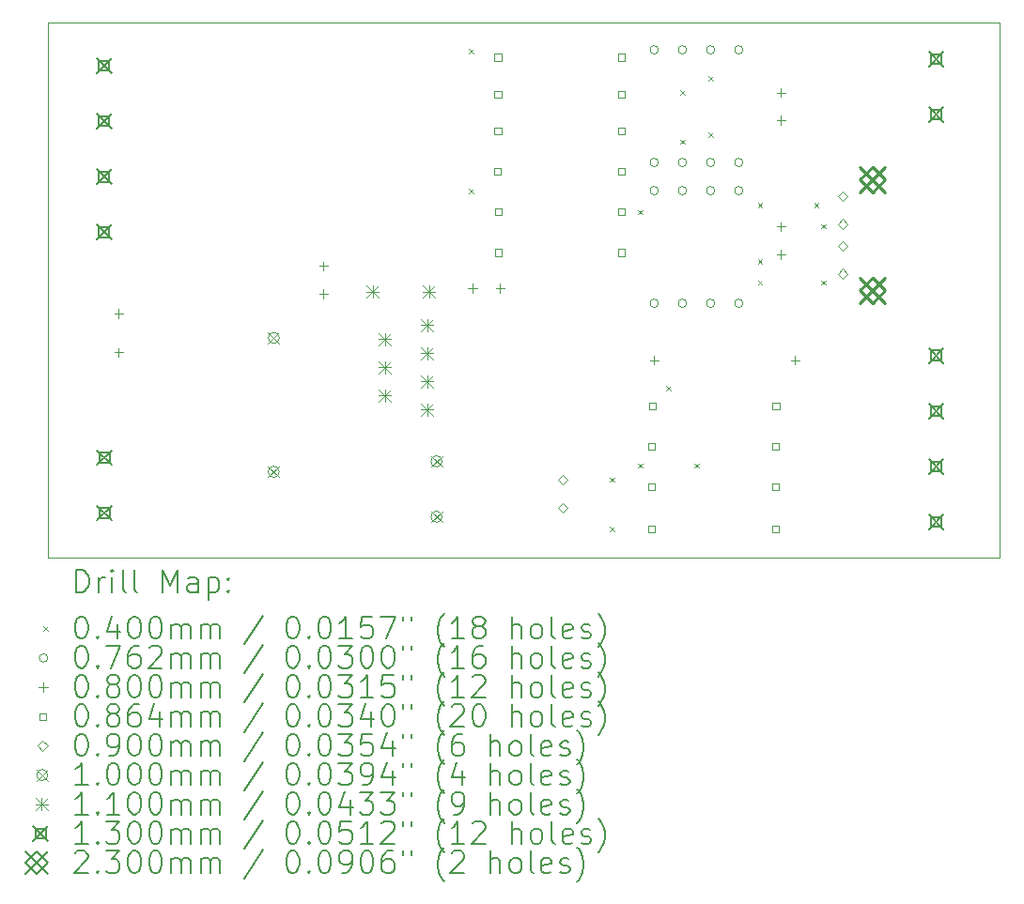
<source format=gbr>
%TF.GenerationSoftware,KiCad,Pcbnew,(6.0.9)*%
%TF.CreationDate,2022-12-19T09:42:54-08:00*%
%TF.ProjectId,TinyG-SuperPid-Integrator,54696e79-472d-4537-9570-65725069642d,rev?*%
%TF.SameCoordinates,Original*%
%TF.FileFunction,Drillmap*%
%TF.FilePolarity,Positive*%
%FSLAX45Y45*%
G04 Gerber Fmt 4.5, Leading zero omitted, Abs format (unit mm)*
G04 Created by KiCad (PCBNEW (6.0.9)) date 2022-12-19 09:42:54*
%MOMM*%
%LPD*%
G01*
G04 APERTURE LIST*
%ADD10C,0.100000*%
%ADD11C,0.200000*%
%ADD12C,0.040000*%
%ADD13C,0.076200*%
%ADD14C,0.080000*%
%ADD15C,0.086360*%
%ADD16C,0.090000*%
%ADD17C,0.110000*%
%ADD18C,0.130000*%
%ADD19C,0.230000*%
G04 APERTURE END LIST*
D10*
X2476500Y-9334500D02*
X11049000Y-9334500D01*
X11049000Y-9334500D02*
X11049000Y-4508500D01*
X11049000Y-4508500D02*
X2476500Y-4508500D01*
X2476500Y-4508500D02*
X2476500Y-9334500D01*
D11*
D12*
X6266500Y-4751450D02*
X6306500Y-4791450D01*
X6306500Y-4751450D02*
X6266500Y-4791450D01*
X6266500Y-6012500D02*
X6306500Y-6052500D01*
X6306500Y-6012500D02*
X6266500Y-6052500D01*
X7536500Y-8616000D02*
X7576500Y-8656000D01*
X7576500Y-8616000D02*
X7536500Y-8656000D01*
X7536500Y-9060500D02*
X7576500Y-9100500D01*
X7576500Y-9060500D02*
X7536500Y-9100500D01*
X7790500Y-6203000D02*
X7830500Y-6243000D01*
X7830500Y-6203000D02*
X7790500Y-6243000D01*
X7790500Y-8489000D02*
X7830500Y-8529000D01*
X7830500Y-8489000D02*
X7790500Y-8529000D01*
X8044500Y-7790500D02*
X8084500Y-7830500D01*
X8084500Y-7790500D02*
X8044500Y-7830500D01*
X8171500Y-5123500D02*
X8211500Y-5163500D01*
X8211500Y-5123500D02*
X8171500Y-5163500D01*
X8171500Y-5568000D02*
X8211500Y-5608000D01*
X8211500Y-5568000D02*
X8171500Y-5608000D01*
X8298500Y-8489000D02*
X8338500Y-8529000D01*
X8338500Y-8489000D02*
X8298500Y-8529000D01*
X8425500Y-4996500D02*
X8465500Y-5036500D01*
X8465500Y-4996500D02*
X8425500Y-5036500D01*
X8425500Y-5504500D02*
X8465500Y-5544500D01*
X8465500Y-5504500D02*
X8425500Y-5544500D01*
X8870000Y-6139500D02*
X8910000Y-6179500D01*
X8910000Y-6139500D02*
X8870000Y-6179500D01*
X8870000Y-6647500D02*
X8910000Y-6687500D01*
X8910000Y-6647500D02*
X8870000Y-6687500D01*
X8870000Y-6838000D02*
X8910000Y-6878000D01*
X8910000Y-6838000D02*
X8870000Y-6878000D01*
X9378000Y-6139500D02*
X9418000Y-6179500D01*
X9418000Y-6139500D02*
X9378000Y-6179500D01*
X9441500Y-6330000D02*
X9481500Y-6370000D01*
X9481500Y-6330000D02*
X9441500Y-6370000D01*
X9441500Y-6838000D02*
X9481500Y-6878000D01*
X9481500Y-6838000D02*
X9441500Y-6878000D01*
D13*
X7975600Y-4758500D02*
G75*
G03*
X7975600Y-4758500I-38100J0D01*
G01*
X7975600Y-5774500D02*
G75*
G03*
X7975600Y-5774500I-38100J0D01*
G01*
X7975600Y-6028500D02*
G75*
G03*
X7975600Y-6028500I-38100J0D01*
G01*
X7975600Y-7044500D02*
G75*
G03*
X7975600Y-7044500I-38100J0D01*
G01*
X8229600Y-4758500D02*
G75*
G03*
X8229600Y-4758500I-38100J0D01*
G01*
X8229600Y-5774500D02*
G75*
G03*
X8229600Y-5774500I-38100J0D01*
G01*
X8229600Y-6028500D02*
G75*
G03*
X8229600Y-6028500I-38100J0D01*
G01*
X8229600Y-7044500D02*
G75*
G03*
X8229600Y-7044500I-38100J0D01*
G01*
X8483600Y-4758500D02*
G75*
G03*
X8483600Y-4758500I-38100J0D01*
G01*
X8483600Y-5774500D02*
G75*
G03*
X8483600Y-5774500I-38100J0D01*
G01*
X8483600Y-6028500D02*
G75*
G03*
X8483600Y-6028500I-38100J0D01*
G01*
X8483600Y-7044500D02*
G75*
G03*
X8483600Y-7044500I-38100J0D01*
G01*
X8737600Y-4758500D02*
G75*
G03*
X8737600Y-4758500I-38100J0D01*
G01*
X8737600Y-5774500D02*
G75*
G03*
X8737600Y-5774500I-38100J0D01*
G01*
X8737600Y-6028500D02*
G75*
G03*
X8737600Y-6028500I-38100J0D01*
G01*
X8737600Y-7044500D02*
G75*
G03*
X8737600Y-7044500I-38100J0D01*
G01*
D14*
X3111500Y-7097235D02*
X3111500Y-7177235D01*
X3071500Y-7137235D02*
X3151500Y-7137235D01*
X3111500Y-7447235D02*
X3111500Y-7527235D01*
X3071500Y-7487235D02*
X3151500Y-7487235D01*
X4956269Y-6669206D02*
X4956269Y-6749206D01*
X4916269Y-6709206D02*
X4996269Y-6709206D01*
X4956269Y-6919206D02*
X4956269Y-6999206D01*
X4916269Y-6959206D02*
X4996269Y-6959206D01*
X6300020Y-6868486D02*
X6300020Y-6948486D01*
X6260020Y-6908486D02*
X6340020Y-6908486D01*
X6550020Y-6868486D02*
X6550020Y-6948486D01*
X6510020Y-6908486D02*
X6590020Y-6908486D01*
X7937500Y-7516500D02*
X7937500Y-7596500D01*
X7897500Y-7556500D02*
X7977500Y-7556500D01*
X9080500Y-5103500D02*
X9080500Y-5183500D01*
X9040500Y-5143500D02*
X9120500Y-5143500D01*
X9080500Y-5353500D02*
X9080500Y-5433500D01*
X9040500Y-5393500D02*
X9120500Y-5393500D01*
X9080500Y-6312000D02*
X9080500Y-6392000D01*
X9040500Y-6352000D02*
X9120500Y-6352000D01*
X9080500Y-6562000D02*
X9080500Y-6642000D01*
X9040500Y-6602000D02*
X9120500Y-6602000D01*
X9207500Y-7516500D02*
X9207500Y-7596500D01*
X9167500Y-7556500D02*
X9247500Y-7556500D01*
D15*
X6557088Y-5883755D02*
X6557088Y-5822689D01*
X6496022Y-5822689D01*
X6496022Y-5883755D01*
X6557088Y-5883755D01*
X6559583Y-4856533D02*
X6559583Y-4795467D01*
X6498517Y-4795467D01*
X6498517Y-4856533D01*
X6559583Y-4856533D01*
X6559583Y-5189070D02*
X6559583Y-5128003D01*
X6498517Y-5128003D01*
X6498517Y-5189070D01*
X6559583Y-5189070D01*
X6559583Y-5521606D02*
X6559583Y-5460540D01*
X6498517Y-5460540D01*
X6498517Y-5521606D01*
X6559583Y-5521606D01*
X6561748Y-6252009D02*
X6561748Y-6190943D01*
X6500682Y-6190943D01*
X6500682Y-6252009D01*
X6561748Y-6252009D01*
X6562644Y-6616941D02*
X6562644Y-6555875D01*
X6501577Y-6555875D01*
X6501577Y-6616941D01*
X6562644Y-6616941D01*
X7669608Y-5883755D02*
X7669608Y-5822689D01*
X7608542Y-5822689D01*
X7608542Y-5883755D01*
X7669608Y-5883755D01*
X7672103Y-4856533D02*
X7672103Y-4795467D01*
X7611037Y-4795467D01*
X7611037Y-4856533D01*
X7672103Y-4856533D01*
X7672103Y-5189070D02*
X7672103Y-5128003D01*
X7611037Y-5128003D01*
X7611037Y-5189070D01*
X7672103Y-5189070D01*
X7672103Y-5521606D02*
X7672103Y-5460540D01*
X7611037Y-5460540D01*
X7611037Y-5521606D01*
X7672103Y-5521606D01*
X7674268Y-6252009D02*
X7674268Y-6190943D01*
X7613202Y-6190943D01*
X7613202Y-6252009D01*
X7674268Y-6252009D01*
X7675164Y-6616941D02*
X7675164Y-6555875D01*
X7614097Y-6555875D01*
X7614097Y-6616941D01*
X7675164Y-6616941D01*
X7946463Y-8365101D02*
X7946463Y-8304035D01*
X7885397Y-8304035D01*
X7885397Y-8365101D01*
X7946463Y-8365101D01*
X7946463Y-8730033D02*
X7946463Y-8668967D01*
X7885397Y-8668967D01*
X7885397Y-8730033D01*
X7946463Y-8730033D01*
X7946463Y-9111033D02*
X7946463Y-9049967D01*
X7885397Y-9049967D01*
X7885397Y-9111033D01*
X7946463Y-9111033D01*
X7953290Y-8000169D02*
X7953290Y-7939102D01*
X7892223Y-7939102D01*
X7892223Y-8000169D01*
X7953290Y-8000169D01*
X9058983Y-8365101D02*
X9058983Y-8304035D01*
X8997917Y-8304035D01*
X8997917Y-8365101D01*
X9058983Y-8365101D01*
X9058983Y-8730033D02*
X9058983Y-8668967D01*
X8997917Y-8668967D01*
X8997917Y-8730033D01*
X9058983Y-8730033D01*
X9058983Y-9111033D02*
X9058983Y-9049967D01*
X8997917Y-9049967D01*
X8997917Y-9111033D01*
X9058983Y-9111033D01*
X9065810Y-8000169D02*
X9065810Y-7939102D01*
X9004744Y-7939102D01*
X9004744Y-8000169D01*
X9065810Y-8000169D01*
D16*
X7112000Y-8680500D02*
X7157000Y-8635500D01*
X7112000Y-8590500D01*
X7067000Y-8635500D01*
X7112000Y-8680500D01*
X7112000Y-8934500D02*
X7157000Y-8889500D01*
X7112000Y-8844500D01*
X7067000Y-8889500D01*
X7112000Y-8934500D01*
X9636500Y-6123250D02*
X9681500Y-6078250D01*
X9636500Y-6033250D01*
X9591500Y-6078250D01*
X9636500Y-6123250D01*
X9636500Y-6373250D02*
X9681500Y-6328250D01*
X9636500Y-6283250D01*
X9591500Y-6328250D01*
X9636500Y-6373250D01*
X9636500Y-6573250D02*
X9681500Y-6528250D01*
X9636500Y-6483250D01*
X9591500Y-6528250D01*
X9636500Y-6573250D01*
X9636500Y-6823250D02*
X9681500Y-6778250D01*
X9636500Y-6733250D01*
X9591500Y-6778250D01*
X9636500Y-6823250D01*
D10*
X4458500Y-7307000D02*
X4558500Y-7407000D01*
X4558500Y-7307000D02*
X4458500Y-7407000D01*
X4558500Y-7357000D02*
G75*
G03*
X4558500Y-7357000I-50000J0D01*
G01*
X4458500Y-8514000D02*
X4558500Y-8614000D01*
X4558500Y-8514000D02*
X4458500Y-8614000D01*
X4558500Y-8564000D02*
G75*
G03*
X4558500Y-8564000I-50000J0D01*
G01*
X5925208Y-8419674D02*
X6025208Y-8519674D01*
X6025208Y-8419674D02*
X5925208Y-8519674D01*
X6025208Y-8469674D02*
G75*
G03*
X6025208Y-8469674I-50000J0D01*
G01*
X5925208Y-8919674D02*
X6025208Y-9019674D01*
X6025208Y-8919674D02*
X5925208Y-9019674D01*
X6025208Y-8969674D02*
G75*
G03*
X6025208Y-8969674I-50000J0D01*
G01*
D17*
X5346332Y-6883780D02*
X5456332Y-6993780D01*
X5456332Y-6883780D02*
X5346332Y-6993780D01*
X5401332Y-6883780D02*
X5401332Y-6993780D01*
X5346332Y-6938780D02*
X5456332Y-6938780D01*
X5455500Y-7311000D02*
X5565500Y-7421000D01*
X5565500Y-7311000D02*
X5455500Y-7421000D01*
X5510500Y-7311000D02*
X5510500Y-7421000D01*
X5455500Y-7366000D02*
X5565500Y-7366000D01*
X5455500Y-7565000D02*
X5565500Y-7675000D01*
X5565500Y-7565000D02*
X5455500Y-7675000D01*
X5510500Y-7565000D02*
X5510500Y-7675000D01*
X5455500Y-7620000D02*
X5565500Y-7620000D01*
X5455500Y-7819000D02*
X5565500Y-7929000D01*
X5565500Y-7819000D02*
X5455500Y-7929000D01*
X5510500Y-7819000D02*
X5510500Y-7929000D01*
X5455500Y-7874000D02*
X5565500Y-7874000D01*
X5835500Y-7184000D02*
X5945500Y-7294000D01*
X5945500Y-7184000D02*
X5835500Y-7294000D01*
X5890500Y-7184000D02*
X5890500Y-7294000D01*
X5835500Y-7239000D02*
X5945500Y-7239000D01*
X5835500Y-7438000D02*
X5945500Y-7548000D01*
X5945500Y-7438000D02*
X5835500Y-7548000D01*
X5890500Y-7438000D02*
X5890500Y-7548000D01*
X5835500Y-7493000D02*
X5945500Y-7493000D01*
X5835500Y-7692000D02*
X5945500Y-7802000D01*
X5945500Y-7692000D02*
X5835500Y-7802000D01*
X5890500Y-7692000D02*
X5890500Y-7802000D01*
X5835500Y-7747000D02*
X5945500Y-7747000D01*
X5835500Y-7946000D02*
X5945500Y-8056000D01*
X5945500Y-7946000D02*
X5835500Y-8056000D01*
X5890500Y-7946000D02*
X5890500Y-8056000D01*
X5835500Y-8001000D02*
X5945500Y-8001000D01*
X5854332Y-6883780D02*
X5964332Y-6993780D01*
X5964332Y-6883780D02*
X5854332Y-6993780D01*
X5909332Y-6883780D02*
X5909332Y-6993780D01*
X5854332Y-6938780D02*
X5964332Y-6938780D01*
D18*
X2915750Y-4836500D02*
X3045750Y-4966500D01*
X3045750Y-4836500D02*
X2915750Y-4966500D01*
X3026712Y-4947462D02*
X3026712Y-4855538D01*
X2934788Y-4855538D01*
X2934788Y-4947462D01*
X3026712Y-4947462D01*
X2915750Y-5336500D02*
X3045750Y-5466500D01*
X3045750Y-5336500D02*
X2915750Y-5466500D01*
X3026712Y-5447462D02*
X3026712Y-5355538D01*
X2934788Y-5355538D01*
X2934788Y-5447462D01*
X3026712Y-5447462D01*
X2915750Y-5836500D02*
X3045750Y-5966500D01*
X3045750Y-5836500D02*
X2915750Y-5966500D01*
X3026712Y-5947462D02*
X3026712Y-5855538D01*
X2934788Y-5855538D01*
X2934788Y-5947462D01*
X3026712Y-5947462D01*
X2915750Y-6336500D02*
X3045750Y-6466500D01*
X3045750Y-6336500D02*
X2915750Y-6466500D01*
X3026712Y-6447462D02*
X3026712Y-6355538D01*
X2934788Y-6355538D01*
X2934788Y-6447462D01*
X3026712Y-6447462D01*
X2917841Y-8373079D02*
X3047841Y-8503079D01*
X3047841Y-8373079D02*
X2917841Y-8503079D01*
X3028803Y-8484041D02*
X3028803Y-8392116D01*
X2936879Y-8392116D01*
X2936879Y-8484041D01*
X3028803Y-8484041D01*
X2917841Y-8873079D02*
X3047841Y-9003079D01*
X3047841Y-8873079D02*
X2917841Y-9003079D01*
X3028803Y-8984041D02*
X3028803Y-8892116D01*
X2936879Y-8892116D01*
X2936879Y-8984041D01*
X3028803Y-8984041D01*
X10412500Y-7452000D02*
X10542500Y-7582000D01*
X10542500Y-7452000D02*
X10412500Y-7582000D01*
X10523462Y-7562962D02*
X10523462Y-7471038D01*
X10431538Y-7471038D01*
X10431538Y-7562962D01*
X10523462Y-7562962D01*
X10412500Y-7952000D02*
X10542500Y-8082000D01*
X10542500Y-7952000D02*
X10412500Y-8082000D01*
X10523462Y-8062962D02*
X10523462Y-7971038D01*
X10431538Y-7971038D01*
X10431538Y-8062962D01*
X10523462Y-8062962D01*
X10412500Y-8452000D02*
X10542500Y-8582000D01*
X10542500Y-8452000D02*
X10412500Y-8582000D01*
X10523462Y-8562962D02*
X10523462Y-8471038D01*
X10431538Y-8471038D01*
X10431538Y-8562962D01*
X10523462Y-8562962D01*
X10412500Y-8952000D02*
X10542500Y-9082000D01*
X10542500Y-8952000D02*
X10412500Y-9082000D01*
X10523462Y-9062962D02*
X10523462Y-8971038D01*
X10431538Y-8971038D01*
X10431538Y-9062962D01*
X10523462Y-9062962D01*
X10416250Y-4777000D02*
X10546250Y-4907000D01*
X10546250Y-4777000D02*
X10416250Y-4907000D01*
X10527212Y-4887962D02*
X10527212Y-4796038D01*
X10435288Y-4796038D01*
X10435288Y-4887962D01*
X10527212Y-4887962D01*
X10416250Y-5277000D02*
X10546250Y-5407000D01*
X10546250Y-5277000D02*
X10416250Y-5407000D01*
X10527212Y-5387962D02*
X10527212Y-5296038D01*
X10435288Y-5296038D01*
X10435288Y-5387962D01*
X10527212Y-5387962D01*
D19*
X9788500Y-5813250D02*
X10018500Y-6043250D01*
X10018500Y-5813250D02*
X9788500Y-6043250D01*
X9903500Y-6043250D02*
X10018500Y-5928250D01*
X9903500Y-5813250D01*
X9788500Y-5928250D01*
X9903500Y-6043250D01*
X9788500Y-6813250D02*
X10018500Y-7043250D01*
X10018500Y-6813250D02*
X9788500Y-7043250D01*
X9903500Y-7043250D02*
X10018500Y-6928250D01*
X9903500Y-6813250D01*
X9788500Y-6928250D01*
X9903500Y-7043250D01*
D11*
X2729119Y-9649976D02*
X2729119Y-9449976D01*
X2776738Y-9449976D01*
X2805309Y-9459500D01*
X2824357Y-9478548D01*
X2833881Y-9497595D01*
X2843405Y-9535690D01*
X2843405Y-9564262D01*
X2833881Y-9602357D01*
X2824357Y-9621405D01*
X2805309Y-9640452D01*
X2776738Y-9649976D01*
X2729119Y-9649976D01*
X2929119Y-9649976D02*
X2929119Y-9516643D01*
X2929119Y-9554738D02*
X2938643Y-9535690D01*
X2948167Y-9526167D01*
X2967214Y-9516643D01*
X2986262Y-9516643D01*
X3052928Y-9649976D02*
X3052928Y-9516643D01*
X3052928Y-9449976D02*
X3043405Y-9459500D01*
X3052928Y-9469024D01*
X3062452Y-9459500D01*
X3052928Y-9449976D01*
X3052928Y-9469024D01*
X3176738Y-9649976D02*
X3157690Y-9640452D01*
X3148167Y-9621405D01*
X3148167Y-9449976D01*
X3281500Y-9649976D02*
X3262452Y-9640452D01*
X3252928Y-9621405D01*
X3252928Y-9449976D01*
X3510071Y-9649976D02*
X3510071Y-9449976D01*
X3576738Y-9592833D01*
X3643405Y-9449976D01*
X3643405Y-9649976D01*
X3824357Y-9649976D02*
X3824357Y-9545214D01*
X3814833Y-9526167D01*
X3795786Y-9516643D01*
X3757690Y-9516643D01*
X3738643Y-9526167D01*
X3824357Y-9640452D02*
X3805309Y-9649976D01*
X3757690Y-9649976D01*
X3738643Y-9640452D01*
X3729119Y-9621405D01*
X3729119Y-9602357D01*
X3738643Y-9583310D01*
X3757690Y-9573786D01*
X3805309Y-9573786D01*
X3824357Y-9564262D01*
X3919595Y-9516643D02*
X3919595Y-9716643D01*
X3919595Y-9526167D02*
X3938643Y-9516643D01*
X3976738Y-9516643D01*
X3995786Y-9526167D01*
X4005309Y-9535690D01*
X4014833Y-9554738D01*
X4014833Y-9611881D01*
X4005309Y-9630929D01*
X3995786Y-9640452D01*
X3976738Y-9649976D01*
X3938643Y-9649976D01*
X3919595Y-9640452D01*
X4100548Y-9630929D02*
X4110071Y-9640452D01*
X4100548Y-9649976D01*
X4091024Y-9640452D01*
X4100548Y-9630929D01*
X4100548Y-9649976D01*
X4100548Y-9526167D02*
X4110071Y-9535690D01*
X4100548Y-9545214D01*
X4091024Y-9535690D01*
X4100548Y-9526167D01*
X4100548Y-9545214D01*
D12*
X2431500Y-9959500D02*
X2471500Y-9999500D01*
X2471500Y-9959500D02*
X2431500Y-9999500D01*
D11*
X2767214Y-9869976D02*
X2786262Y-9869976D01*
X2805309Y-9879500D01*
X2814833Y-9889024D01*
X2824357Y-9908071D01*
X2833881Y-9946167D01*
X2833881Y-9993786D01*
X2824357Y-10031881D01*
X2814833Y-10050929D01*
X2805309Y-10060452D01*
X2786262Y-10069976D01*
X2767214Y-10069976D01*
X2748167Y-10060452D01*
X2738643Y-10050929D01*
X2729119Y-10031881D01*
X2719595Y-9993786D01*
X2719595Y-9946167D01*
X2729119Y-9908071D01*
X2738643Y-9889024D01*
X2748167Y-9879500D01*
X2767214Y-9869976D01*
X2919595Y-10050929D02*
X2929119Y-10060452D01*
X2919595Y-10069976D01*
X2910071Y-10060452D01*
X2919595Y-10050929D01*
X2919595Y-10069976D01*
X3100548Y-9936643D02*
X3100548Y-10069976D01*
X3052928Y-9860452D02*
X3005309Y-10003310D01*
X3129119Y-10003310D01*
X3243405Y-9869976D02*
X3262452Y-9869976D01*
X3281500Y-9879500D01*
X3291024Y-9889024D01*
X3300548Y-9908071D01*
X3310071Y-9946167D01*
X3310071Y-9993786D01*
X3300548Y-10031881D01*
X3291024Y-10050929D01*
X3281500Y-10060452D01*
X3262452Y-10069976D01*
X3243405Y-10069976D01*
X3224357Y-10060452D01*
X3214833Y-10050929D01*
X3205309Y-10031881D01*
X3195786Y-9993786D01*
X3195786Y-9946167D01*
X3205309Y-9908071D01*
X3214833Y-9889024D01*
X3224357Y-9879500D01*
X3243405Y-9869976D01*
X3433881Y-9869976D02*
X3452928Y-9869976D01*
X3471976Y-9879500D01*
X3481500Y-9889024D01*
X3491024Y-9908071D01*
X3500548Y-9946167D01*
X3500548Y-9993786D01*
X3491024Y-10031881D01*
X3481500Y-10050929D01*
X3471976Y-10060452D01*
X3452928Y-10069976D01*
X3433881Y-10069976D01*
X3414833Y-10060452D01*
X3405309Y-10050929D01*
X3395786Y-10031881D01*
X3386262Y-9993786D01*
X3386262Y-9946167D01*
X3395786Y-9908071D01*
X3405309Y-9889024D01*
X3414833Y-9879500D01*
X3433881Y-9869976D01*
X3586262Y-10069976D02*
X3586262Y-9936643D01*
X3586262Y-9955690D02*
X3595786Y-9946167D01*
X3614833Y-9936643D01*
X3643405Y-9936643D01*
X3662452Y-9946167D01*
X3671976Y-9965214D01*
X3671976Y-10069976D01*
X3671976Y-9965214D02*
X3681500Y-9946167D01*
X3700548Y-9936643D01*
X3729119Y-9936643D01*
X3748167Y-9946167D01*
X3757690Y-9965214D01*
X3757690Y-10069976D01*
X3852928Y-10069976D02*
X3852928Y-9936643D01*
X3852928Y-9955690D02*
X3862452Y-9946167D01*
X3881500Y-9936643D01*
X3910071Y-9936643D01*
X3929119Y-9946167D01*
X3938643Y-9965214D01*
X3938643Y-10069976D01*
X3938643Y-9965214D02*
X3948167Y-9946167D01*
X3967214Y-9936643D01*
X3995786Y-9936643D01*
X4014833Y-9946167D01*
X4024357Y-9965214D01*
X4024357Y-10069976D01*
X4414833Y-9860452D02*
X4243405Y-10117595D01*
X4671976Y-9869976D02*
X4691024Y-9869976D01*
X4710071Y-9879500D01*
X4719595Y-9889024D01*
X4729119Y-9908071D01*
X4738643Y-9946167D01*
X4738643Y-9993786D01*
X4729119Y-10031881D01*
X4719595Y-10050929D01*
X4710071Y-10060452D01*
X4691024Y-10069976D01*
X4671976Y-10069976D01*
X4652929Y-10060452D01*
X4643405Y-10050929D01*
X4633881Y-10031881D01*
X4624357Y-9993786D01*
X4624357Y-9946167D01*
X4633881Y-9908071D01*
X4643405Y-9889024D01*
X4652929Y-9879500D01*
X4671976Y-9869976D01*
X4824357Y-10050929D02*
X4833881Y-10060452D01*
X4824357Y-10069976D01*
X4814833Y-10060452D01*
X4824357Y-10050929D01*
X4824357Y-10069976D01*
X4957690Y-9869976D02*
X4976738Y-9869976D01*
X4995786Y-9879500D01*
X5005310Y-9889024D01*
X5014833Y-9908071D01*
X5024357Y-9946167D01*
X5024357Y-9993786D01*
X5014833Y-10031881D01*
X5005310Y-10050929D01*
X4995786Y-10060452D01*
X4976738Y-10069976D01*
X4957690Y-10069976D01*
X4938643Y-10060452D01*
X4929119Y-10050929D01*
X4919595Y-10031881D01*
X4910071Y-9993786D01*
X4910071Y-9946167D01*
X4919595Y-9908071D01*
X4929119Y-9889024D01*
X4938643Y-9879500D01*
X4957690Y-9869976D01*
X5214833Y-10069976D02*
X5100548Y-10069976D01*
X5157690Y-10069976D02*
X5157690Y-9869976D01*
X5138643Y-9898548D01*
X5119595Y-9917595D01*
X5100548Y-9927119D01*
X5395786Y-9869976D02*
X5300548Y-9869976D01*
X5291024Y-9965214D01*
X5300548Y-9955690D01*
X5319595Y-9946167D01*
X5367214Y-9946167D01*
X5386262Y-9955690D01*
X5395786Y-9965214D01*
X5405310Y-9984262D01*
X5405310Y-10031881D01*
X5395786Y-10050929D01*
X5386262Y-10060452D01*
X5367214Y-10069976D01*
X5319595Y-10069976D01*
X5300548Y-10060452D01*
X5291024Y-10050929D01*
X5471976Y-9869976D02*
X5605309Y-9869976D01*
X5519595Y-10069976D01*
X5671976Y-9869976D02*
X5671976Y-9908071D01*
X5748167Y-9869976D02*
X5748167Y-9908071D01*
X6043405Y-10146167D02*
X6033881Y-10136643D01*
X6014833Y-10108071D01*
X6005309Y-10089024D01*
X5995786Y-10060452D01*
X5986262Y-10012833D01*
X5986262Y-9974738D01*
X5995786Y-9927119D01*
X6005309Y-9898548D01*
X6014833Y-9879500D01*
X6033881Y-9850929D01*
X6043405Y-9841405D01*
X6224357Y-10069976D02*
X6110071Y-10069976D01*
X6167214Y-10069976D02*
X6167214Y-9869976D01*
X6148167Y-9898548D01*
X6129119Y-9917595D01*
X6110071Y-9927119D01*
X6338643Y-9955690D02*
X6319595Y-9946167D01*
X6310071Y-9936643D01*
X6300548Y-9917595D01*
X6300548Y-9908071D01*
X6310071Y-9889024D01*
X6319595Y-9879500D01*
X6338643Y-9869976D01*
X6376738Y-9869976D01*
X6395786Y-9879500D01*
X6405309Y-9889024D01*
X6414833Y-9908071D01*
X6414833Y-9917595D01*
X6405309Y-9936643D01*
X6395786Y-9946167D01*
X6376738Y-9955690D01*
X6338643Y-9955690D01*
X6319595Y-9965214D01*
X6310071Y-9974738D01*
X6300548Y-9993786D01*
X6300548Y-10031881D01*
X6310071Y-10050929D01*
X6319595Y-10060452D01*
X6338643Y-10069976D01*
X6376738Y-10069976D01*
X6395786Y-10060452D01*
X6405309Y-10050929D01*
X6414833Y-10031881D01*
X6414833Y-9993786D01*
X6405309Y-9974738D01*
X6395786Y-9965214D01*
X6376738Y-9955690D01*
X6652928Y-10069976D02*
X6652928Y-9869976D01*
X6738643Y-10069976D02*
X6738643Y-9965214D01*
X6729119Y-9946167D01*
X6710071Y-9936643D01*
X6681500Y-9936643D01*
X6662452Y-9946167D01*
X6652928Y-9955690D01*
X6862452Y-10069976D02*
X6843405Y-10060452D01*
X6833881Y-10050929D01*
X6824357Y-10031881D01*
X6824357Y-9974738D01*
X6833881Y-9955690D01*
X6843405Y-9946167D01*
X6862452Y-9936643D01*
X6891024Y-9936643D01*
X6910071Y-9946167D01*
X6919595Y-9955690D01*
X6929119Y-9974738D01*
X6929119Y-10031881D01*
X6919595Y-10050929D01*
X6910071Y-10060452D01*
X6891024Y-10069976D01*
X6862452Y-10069976D01*
X7043405Y-10069976D02*
X7024357Y-10060452D01*
X7014833Y-10041405D01*
X7014833Y-9869976D01*
X7195786Y-10060452D02*
X7176738Y-10069976D01*
X7138643Y-10069976D01*
X7119595Y-10060452D01*
X7110071Y-10041405D01*
X7110071Y-9965214D01*
X7119595Y-9946167D01*
X7138643Y-9936643D01*
X7176738Y-9936643D01*
X7195786Y-9946167D01*
X7205309Y-9965214D01*
X7205309Y-9984262D01*
X7110071Y-10003310D01*
X7281500Y-10060452D02*
X7300548Y-10069976D01*
X7338643Y-10069976D01*
X7357690Y-10060452D01*
X7367214Y-10041405D01*
X7367214Y-10031881D01*
X7357690Y-10012833D01*
X7338643Y-10003310D01*
X7310071Y-10003310D01*
X7291024Y-9993786D01*
X7281500Y-9974738D01*
X7281500Y-9965214D01*
X7291024Y-9946167D01*
X7310071Y-9936643D01*
X7338643Y-9936643D01*
X7357690Y-9946167D01*
X7433881Y-10146167D02*
X7443405Y-10136643D01*
X7462452Y-10108071D01*
X7471976Y-10089024D01*
X7481500Y-10060452D01*
X7491024Y-10012833D01*
X7491024Y-9974738D01*
X7481500Y-9927119D01*
X7471976Y-9898548D01*
X7462452Y-9879500D01*
X7443405Y-9850929D01*
X7433881Y-9841405D01*
D13*
X2471500Y-10243500D02*
G75*
G03*
X2471500Y-10243500I-38100J0D01*
G01*
D11*
X2767214Y-10133976D02*
X2786262Y-10133976D01*
X2805309Y-10143500D01*
X2814833Y-10153024D01*
X2824357Y-10172071D01*
X2833881Y-10210167D01*
X2833881Y-10257786D01*
X2824357Y-10295881D01*
X2814833Y-10314929D01*
X2805309Y-10324452D01*
X2786262Y-10333976D01*
X2767214Y-10333976D01*
X2748167Y-10324452D01*
X2738643Y-10314929D01*
X2729119Y-10295881D01*
X2719595Y-10257786D01*
X2719595Y-10210167D01*
X2729119Y-10172071D01*
X2738643Y-10153024D01*
X2748167Y-10143500D01*
X2767214Y-10133976D01*
X2919595Y-10314929D02*
X2929119Y-10324452D01*
X2919595Y-10333976D01*
X2910071Y-10324452D01*
X2919595Y-10314929D01*
X2919595Y-10333976D01*
X2995786Y-10133976D02*
X3129119Y-10133976D01*
X3043405Y-10333976D01*
X3291024Y-10133976D02*
X3252928Y-10133976D01*
X3233881Y-10143500D01*
X3224357Y-10153024D01*
X3205309Y-10181595D01*
X3195786Y-10219690D01*
X3195786Y-10295881D01*
X3205309Y-10314929D01*
X3214833Y-10324452D01*
X3233881Y-10333976D01*
X3271976Y-10333976D01*
X3291024Y-10324452D01*
X3300548Y-10314929D01*
X3310071Y-10295881D01*
X3310071Y-10248262D01*
X3300548Y-10229214D01*
X3291024Y-10219690D01*
X3271976Y-10210167D01*
X3233881Y-10210167D01*
X3214833Y-10219690D01*
X3205309Y-10229214D01*
X3195786Y-10248262D01*
X3386262Y-10153024D02*
X3395786Y-10143500D01*
X3414833Y-10133976D01*
X3462452Y-10133976D01*
X3481500Y-10143500D01*
X3491024Y-10153024D01*
X3500548Y-10172071D01*
X3500548Y-10191119D01*
X3491024Y-10219690D01*
X3376738Y-10333976D01*
X3500548Y-10333976D01*
X3586262Y-10333976D02*
X3586262Y-10200643D01*
X3586262Y-10219690D02*
X3595786Y-10210167D01*
X3614833Y-10200643D01*
X3643405Y-10200643D01*
X3662452Y-10210167D01*
X3671976Y-10229214D01*
X3671976Y-10333976D01*
X3671976Y-10229214D02*
X3681500Y-10210167D01*
X3700548Y-10200643D01*
X3729119Y-10200643D01*
X3748167Y-10210167D01*
X3757690Y-10229214D01*
X3757690Y-10333976D01*
X3852928Y-10333976D02*
X3852928Y-10200643D01*
X3852928Y-10219690D02*
X3862452Y-10210167D01*
X3881500Y-10200643D01*
X3910071Y-10200643D01*
X3929119Y-10210167D01*
X3938643Y-10229214D01*
X3938643Y-10333976D01*
X3938643Y-10229214D02*
X3948167Y-10210167D01*
X3967214Y-10200643D01*
X3995786Y-10200643D01*
X4014833Y-10210167D01*
X4024357Y-10229214D01*
X4024357Y-10333976D01*
X4414833Y-10124452D02*
X4243405Y-10381595D01*
X4671976Y-10133976D02*
X4691024Y-10133976D01*
X4710071Y-10143500D01*
X4719595Y-10153024D01*
X4729119Y-10172071D01*
X4738643Y-10210167D01*
X4738643Y-10257786D01*
X4729119Y-10295881D01*
X4719595Y-10314929D01*
X4710071Y-10324452D01*
X4691024Y-10333976D01*
X4671976Y-10333976D01*
X4652929Y-10324452D01*
X4643405Y-10314929D01*
X4633881Y-10295881D01*
X4624357Y-10257786D01*
X4624357Y-10210167D01*
X4633881Y-10172071D01*
X4643405Y-10153024D01*
X4652929Y-10143500D01*
X4671976Y-10133976D01*
X4824357Y-10314929D02*
X4833881Y-10324452D01*
X4824357Y-10333976D01*
X4814833Y-10324452D01*
X4824357Y-10314929D01*
X4824357Y-10333976D01*
X4957690Y-10133976D02*
X4976738Y-10133976D01*
X4995786Y-10143500D01*
X5005310Y-10153024D01*
X5014833Y-10172071D01*
X5024357Y-10210167D01*
X5024357Y-10257786D01*
X5014833Y-10295881D01*
X5005310Y-10314929D01*
X4995786Y-10324452D01*
X4976738Y-10333976D01*
X4957690Y-10333976D01*
X4938643Y-10324452D01*
X4929119Y-10314929D01*
X4919595Y-10295881D01*
X4910071Y-10257786D01*
X4910071Y-10210167D01*
X4919595Y-10172071D01*
X4929119Y-10153024D01*
X4938643Y-10143500D01*
X4957690Y-10133976D01*
X5091024Y-10133976D02*
X5214833Y-10133976D01*
X5148167Y-10210167D01*
X5176738Y-10210167D01*
X5195786Y-10219690D01*
X5205310Y-10229214D01*
X5214833Y-10248262D01*
X5214833Y-10295881D01*
X5205310Y-10314929D01*
X5195786Y-10324452D01*
X5176738Y-10333976D01*
X5119595Y-10333976D01*
X5100548Y-10324452D01*
X5091024Y-10314929D01*
X5338643Y-10133976D02*
X5357690Y-10133976D01*
X5376738Y-10143500D01*
X5386262Y-10153024D01*
X5395786Y-10172071D01*
X5405310Y-10210167D01*
X5405310Y-10257786D01*
X5395786Y-10295881D01*
X5386262Y-10314929D01*
X5376738Y-10324452D01*
X5357690Y-10333976D01*
X5338643Y-10333976D01*
X5319595Y-10324452D01*
X5310071Y-10314929D01*
X5300548Y-10295881D01*
X5291024Y-10257786D01*
X5291024Y-10210167D01*
X5300548Y-10172071D01*
X5310071Y-10153024D01*
X5319595Y-10143500D01*
X5338643Y-10133976D01*
X5529119Y-10133976D02*
X5548167Y-10133976D01*
X5567214Y-10143500D01*
X5576738Y-10153024D01*
X5586262Y-10172071D01*
X5595786Y-10210167D01*
X5595786Y-10257786D01*
X5586262Y-10295881D01*
X5576738Y-10314929D01*
X5567214Y-10324452D01*
X5548167Y-10333976D01*
X5529119Y-10333976D01*
X5510071Y-10324452D01*
X5500548Y-10314929D01*
X5491024Y-10295881D01*
X5481500Y-10257786D01*
X5481500Y-10210167D01*
X5491024Y-10172071D01*
X5500548Y-10153024D01*
X5510071Y-10143500D01*
X5529119Y-10133976D01*
X5671976Y-10133976D02*
X5671976Y-10172071D01*
X5748167Y-10133976D02*
X5748167Y-10172071D01*
X6043405Y-10410167D02*
X6033881Y-10400643D01*
X6014833Y-10372071D01*
X6005309Y-10353024D01*
X5995786Y-10324452D01*
X5986262Y-10276833D01*
X5986262Y-10238738D01*
X5995786Y-10191119D01*
X6005309Y-10162548D01*
X6014833Y-10143500D01*
X6033881Y-10114929D01*
X6043405Y-10105405D01*
X6224357Y-10333976D02*
X6110071Y-10333976D01*
X6167214Y-10333976D02*
X6167214Y-10133976D01*
X6148167Y-10162548D01*
X6129119Y-10181595D01*
X6110071Y-10191119D01*
X6395786Y-10133976D02*
X6357690Y-10133976D01*
X6338643Y-10143500D01*
X6329119Y-10153024D01*
X6310071Y-10181595D01*
X6300548Y-10219690D01*
X6300548Y-10295881D01*
X6310071Y-10314929D01*
X6319595Y-10324452D01*
X6338643Y-10333976D01*
X6376738Y-10333976D01*
X6395786Y-10324452D01*
X6405309Y-10314929D01*
X6414833Y-10295881D01*
X6414833Y-10248262D01*
X6405309Y-10229214D01*
X6395786Y-10219690D01*
X6376738Y-10210167D01*
X6338643Y-10210167D01*
X6319595Y-10219690D01*
X6310071Y-10229214D01*
X6300548Y-10248262D01*
X6652928Y-10333976D02*
X6652928Y-10133976D01*
X6738643Y-10333976D02*
X6738643Y-10229214D01*
X6729119Y-10210167D01*
X6710071Y-10200643D01*
X6681500Y-10200643D01*
X6662452Y-10210167D01*
X6652928Y-10219690D01*
X6862452Y-10333976D02*
X6843405Y-10324452D01*
X6833881Y-10314929D01*
X6824357Y-10295881D01*
X6824357Y-10238738D01*
X6833881Y-10219690D01*
X6843405Y-10210167D01*
X6862452Y-10200643D01*
X6891024Y-10200643D01*
X6910071Y-10210167D01*
X6919595Y-10219690D01*
X6929119Y-10238738D01*
X6929119Y-10295881D01*
X6919595Y-10314929D01*
X6910071Y-10324452D01*
X6891024Y-10333976D01*
X6862452Y-10333976D01*
X7043405Y-10333976D02*
X7024357Y-10324452D01*
X7014833Y-10305405D01*
X7014833Y-10133976D01*
X7195786Y-10324452D02*
X7176738Y-10333976D01*
X7138643Y-10333976D01*
X7119595Y-10324452D01*
X7110071Y-10305405D01*
X7110071Y-10229214D01*
X7119595Y-10210167D01*
X7138643Y-10200643D01*
X7176738Y-10200643D01*
X7195786Y-10210167D01*
X7205309Y-10229214D01*
X7205309Y-10248262D01*
X7110071Y-10267310D01*
X7281500Y-10324452D02*
X7300548Y-10333976D01*
X7338643Y-10333976D01*
X7357690Y-10324452D01*
X7367214Y-10305405D01*
X7367214Y-10295881D01*
X7357690Y-10276833D01*
X7338643Y-10267310D01*
X7310071Y-10267310D01*
X7291024Y-10257786D01*
X7281500Y-10238738D01*
X7281500Y-10229214D01*
X7291024Y-10210167D01*
X7310071Y-10200643D01*
X7338643Y-10200643D01*
X7357690Y-10210167D01*
X7433881Y-10410167D02*
X7443405Y-10400643D01*
X7462452Y-10372071D01*
X7471976Y-10353024D01*
X7481500Y-10324452D01*
X7491024Y-10276833D01*
X7491024Y-10238738D01*
X7481500Y-10191119D01*
X7471976Y-10162548D01*
X7462452Y-10143500D01*
X7443405Y-10114929D01*
X7433881Y-10105405D01*
D14*
X2431500Y-10467500D02*
X2431500Y-10547500D01*
X2391500Y-10507500D02*
X2471500Y-10507500D01*
D11*
X2767214Y-10397976D02*
X2786262Y-10397976D01*
X2805309Y-10407500D01*
X2814833Y-10417024D01*
X2824357Y-10436071D01*
X2833881Y-10474167D01*
X2833881Y-10521786D01*
X2824357Y-10559881D01*
X2814833Y-10578929D01*
X2805309Y-10588452D01*
X2786262Y-10597976D01*
X2767214Y-10597976D01*
X2748167Y-10588452D01*
X2738643Y-10578929D01*
X2729119Y-10559881D01*
X2719595Y-10521786D01*
X2719595Y-10474167D01*
X2729119Y-10436071D01*
X2738643Y-10417024D01*
X2748167Y-10407500D01*
X2767214Y-10397976D01*
X2919595Y-10578929D02*
X2929119Y-10588452D01*
X2919595Y-10597976D01*
X2910071Y-10588452D01*
X2919595Y-10578929D01*
X2919595Y-10597976D01*
X3043405Y-10483690D02*
X3024357Y-10474167D01*
X3014833Y-10464643D01*
X3005309Y-10445595D01*
X3005309Y-10436071D01*
X3014833Y-10417024D01*
X3024357Y-10407500D01*
X3043405Y-10397976D01*
X3081500Y-10397976D01*
X3100548Y-10407500D01*
X3110071Y-10417024D01*
X3119595Y-10436071D01*
X3119595Y-10445595D01*
X3110071Y-10464643D01*
X3100548Y-10474167D01*
X3081500Y-10483690D01*
X3043405Y-10483690D01*
X3024357Y-10493214D01*
X3014833Y-10502738D01*
X3005309Y-10521786D01*
X3005309Y-10559881D01*
X3014833Y-10578929D01*
X3024357Y-10588452D01*
X3043405Y-10597976D01*
X3081500Y-10597976D01*
X3100548Y-10588452D01*
X3110071Y-10578929D01*
X3119595Y-10559881D01*
X3119595Y-10521786D01*
X3110071Y-10502738D01*
X3100548Y-10493214D01*
X3081500Y-10483690D01*
X3243405Y-10397976D02*
X3262452Y-10397976D01*
X3281500Y-10407500D01*
X3291024Y-10417024D01*
X3300548Y-10436071D01*
X3310071Y-10474167D01*
X3310071Y-10521786D01*
X3300548Y-10559881D01*
X3291024Y-10578929D01*
X3281500Y-10588452D01*
X3262452Y-10597976D01*
X3243405Y-10597976D01*
X3224357Y-10588452D01*
X3214833Y-10578929D01*
X3205309Y-10559881D01*
X3195786Y-10521786D01*
X3195786Y-10474167D01*
X3205309Y-10436071D01*
X3214833Y-10417024D01*
X3224357Y-10407500D01*
X3243405Y-10397976D01*
X3433881Y-10397976D02*
X3452928Y-10397976D01*
X3471976Y-10407500D01*
X3481500Y-10417024D01*
X3491024Y-10436071D01*
X3500548Y-10474167D01*
X3500548Y-10521786D01*
X3491024Y-10559881D01*
X3481500Y-10578929D01*
X3471976Y-10588452D01*
X3452928Y-10597976D01*
X3433881Y-10597976D01*
X3414833Y-10588452D01*
X3405309Y-10578929D01*
X3395786Y-10559881D01*
X3386262Y-10521786D01*
X3386262Y-10474167D01*
X3395786Y-10436071D01*
X3405309Y-10417024D01*
X3414833Y-10407500D01*
X3433881Y-10397976D01*
X3586262Y-10597976D02*
X3586262Y-10464643D01*
X3586262Y-10483690D02*
X3595786Y-10474167D01*
X3614833Y-10464643D01*
X3643405Y-10464643D01*
X3662452Y-10474167D01*
X3671976Y-10493214D01*
X3671976Y-10597976D01*
X3671976Y-10493214D02*
X3681500Y-10474167D01*
X3700548Y-10464643D01*
X3729119Y-10464643D01*
X3748167Y-10474167D01*
X3757690Y-10493214D01*
X3757690Y-10597976D01*
X3852928Y-10597976D02*
X3852928Y-10464643D01*
X3852928Y-10483690D02*
X3862452Y-10474167D01*
X3881500Y-10464643D01*
X3910071Y-10464643D01*
X3929119Y-10474167D01*
X3938643Y-10493214D01*
X3938643Y-10597976D01*
X3938643Y-10493214D02*
X3948167Y-10474167D01*
X3967214Y-10464643D01*
X3995786Y-10464643D01*
X4014833Y-10474167D01*
X4024357Y-10493214D01*
X4024357Y-10597976D01*
X4414833Y-10388452D02*
X4243405Y-10645595D01*
X4671976Y-10397976D02*
X4691024Y-10397976D01*
X4710071Y-10407500D01*
X4719595Y-10417024D01*
X4729119Y-10436071D01*
X4738643Y-10474167D01*
X4738643Y-10521786D01*
X4729119Y-10559881D01*
X4719595Y-10578929D01*
X4710071Y-10588452D01*
X4691024Y-10597976D01*
X4671976Y-10597976D01*
X4652929Y-10588452D01*
X4643405Y-10578929D01*
X4633881Y-10559881D01*
X4624357Y-10521786D01*
X4624357Y-10474167D01*
X4633881Y-10436071D01*
X4643405Y-10417024D01*
X4652929Y-10407500D01*
X4671976Y-10397976D01*
X4824357Y-10578929D02*
X4833881Y-10588452D01*
X4824357Y-10597976D01*
X4814833Y-10588452D01*
X4824357Y-10578929D01*
X4824357Y-10597976D01*
X4957690Y-10397976D02*
X4976738Y-10397976D01*
X4995786Y-10407500D01*
X5005310Y-10417024D01*
X5014833Y-10436071D01*
X5024357Y-10474167D01*
X5024357Y-10521786D01*
X5014833Y-10559881D01*
X5005310Y-10578929D01*
X4995786Y-10588452D01*
X4976738Y-10597976D01*
X4957690Y-10597976D01*
X4938643Y-10588452D01*
X4929119Y-10578929D01*
X4919595Y-10559881D01*
X4910071Y-10521786D01*
X4910071Y-10474167D01*
X4919595Y-10436071D01*
X4929119Y-10417024D01*
X4938643Y-10407500D01*
X4957690Y-10397976D01*
X5091024Y-10397976D02*
X5214833Y-10397976D01*
X5148167Y-10474167D01*
X5176738Y-10474167D01*
X5195786Y-10483690D01*
X5205310Y-10493214D01*
X5214833Y-10512262D01*
X5214833Y-10559881D01*
X5205310Y-10578929D01*
X5195786Y-10588452D01*
X5176738Y-10597976D01*
X5119595Y-10597976D01*
X5100548Y-10588452D01*
X5091024Y-10578929D01*
X5405310Y-10597976D02*
X5291024Y-10597976D01*
X5348167Y-10597976D02*
X5348167Y-10397976D01*
X5329119Y-10426548D01*
X5310071Y-10445595D01*
X5291024Y-10455119D01*
X5586262Y-10397976D02*
X5491024Y-10397976D01*
X5481500Y-10493214D01*
X5491024Y-10483690D01*
X5510071Y-10474167D01*
X5557690Y-10474167D01*
X5576738Y-10483690D01*
X5586262Y-10493214D01*
X5595786Y-10512262D01*
X5595786Y-10559881D01*
X5586262Y-10578929D01*
X5576738Y-10588452D01*
X5557690Y-10597976D01*
X5510071Y-10597976D01*
X5491024Y-10588452D01*
X5481500Y-10578929D01*
X5671976Y-10397976D02*
X5671976Y-10436071D01*
X5748167Y-10397976D02*
X5748167Y-10436071D01*
X6043405Y-10674167D02*
X6033881Y-10664643D01*
X6014833Y-10636071D01*
X6005309Y-10617024D01*
X5995786Y-10588452D01*
X5986262Y-10540833D01*
X5986262Y-10502738D01*
X5995786Y-10455119D01*
X6005309Y-10426548D01*
X6014833Y-10407500D01*
X6033881Y-10378929D01*
X6043405Y-10369405D01*
X6224357Y-10597976D02*
X6110071Y-10597976D01*
X6167214Y-10597976D02*
X6167214Y-10397976D01*
X6148167Y-10426548D01*
X6129119Y-10445595D01*
X6110071Y-10455119D01*
X6300548Y-10417024D02*
X6310071Y-10407500D01*
X6329119Y-10397976D01*
X6376738Y-10397976D01*
X6395786Y-10407500D01*
X6405309Y-10417024D01*
X6414833Y-10436071D01*
X6414833Y-10455119D01*
X6405309Y-10483690D01*
X6291024Y-10597976D01*
X6414833Y-10597976D01*
X6652928Y-10597976D02*
X6652928Y-10397976D01*
X6738643Y-10597976D02*
X6738643Y-10493214D01*
X6729119Y-10474167D01*
X6710071Y-10464643D01*
X6681500Y-10464643D01*
X6662452Y-10474167D01*
X6652928Y-10483690D01*
X6862452Y-10597976D02*
X6843405Y-10588452D01*
X6833881Y-10578929D01*
X6824357Y-10559881D01*
X6824357Y-10502738D01*
X6833881Y-10483690D01*
X6843405Y-10474167D01*
X6862452Y-10464643D01*
X6891024Y-10464643D01*
X6910071Y-10474167D01*
X6919595Y-10483690D01*
X6929119Y-10502738D01*
X6929119Y-10559881D01*
X6919595Y-10578929D01*
X6910071Y-10588452D01*
X6891024Y-10597976D01*
X6862452Y-10597976D01*
X7043405Y-10597976D02*
X7024357Y-10588452D01*
X7014833Y-10569405D01*
X7014833Y-10397976D01*
X7195786Y-10588452D02*
X7176738Y-10597976D01*
X7138643Y-10597976D01*
X7119595Y-10588452D01*
X7110071Y-10569405D01*
X7110071Y-10493214D01*
X7119595Y-10474167D01*
X7138643Y-10464643D01*
X7176738Y-10464643D01*
X7195786Y-10474167D01*
X7205309Y-10493214D01*
X7205309Y-10512262D01*
X7110071Y-10531310D01*
X7281500Y-10588452D02*
X7300548Y-10597976D01*
X7338643Y-10597976D01*
X7357690Y-10588452D01*
X7367214Y-10569405D01*
X7367214Y-10559881D01*
X7357690Y-10540833D01*
X7338643Y-10531310D01*
X7310071Y-10531310D01*
X7291024Y-10521786D01*
X7281500Y-10502738D01*
X7281500Y-10493214D01*
X7291024Y-10474167D01*
X7310071Y-10464643D01*
X7338643Y-10464643D01*
X7357690Y-10474167D01*
X7433881Y-10674167D02*
X7443405Y-10664643D01*
X7462452Y-10636071D01*
X7471976Y-10617024D01*
X7481500Y-10588452D01*
X7491024Y-10540833D01*
X7491024Y-10502738D01*
X7481500Y-10455119D01*
X7471976Y-10426548D01*
X7462452Y-10407500D01*
X7443405Y-10378929D01*
X7433881Y-10369405D01*
D15*
X2458853Y-10802033D02*
X2458853Y-10740967D01*
X2397787Y-10740967D01*
X2397787Y-10802033D01*
X2458853Y-10802033D01*
D11*
X2767214Y-10661976D02*
X2786262Y-10661976D01*
X2805309Y-10671500D01*
X2814833Y-10681024D01*
X2824357Y-10700071D01*
X2833881Y-10738167D01*
X2833881Y-10785786D01*
X2824357Y-10823881D01*
X2814833Y-10842929D01*
X2805309Y-10852452D01*
X2786262Y-10861976D01*
X2767214Y-10861976D01*
X2748167Y-10852452D01*
X2738643Y-10842929D01*
X2729119Y-10823881D01*
X2719595Y-10785786D01*
X2719595Y-10738167D01*
X2729119Y-10700071D01*
X2738643Y-10681024D01*
X2748167Y-10671500D01*
X2767214Y-10661976D01*
X2919595Y-10842929D02*
X2929119Y-10852452D01*
X2919595Y-10861976D01*
X2910071Y-10852452D01*
X2919595Y-10842929D01*
X2919595Y-10861976D01*
X3043405Y-10747690D02*
X3024357Y-10738167D01*
X3014833Y-10728643D01*
X3005309Y-10709595D01*
X3005309Y-10700071D01*
X3014833Y-10681024D01*
X3024357Y-10671500D01*
X3043405Y-10661976D01*
X3081500Y-10661976D01*
X3100548Y-10671500D01*
X3110071Y-10681024D01*
X3119595Y-10700071D01*
X3119595Y-10709595D01*
X3110071Y-10728643D01*
X3100548Y-10738167D01*
X3081500Y-10747690D01*
X3043405Y-10747690D01*
X3024357Y-10757214D01*
X3014833Y-10766738D01*
X3005309Y-10785786D01*
X3005309Y-10823881D01*
X3014833Y-10842929D01*
X3024357Y-10852452D01*
X3043405Y-10861976D01*
X3081500Y-10861976D01*
X3100548Y-10852452D01*
X3110071Y-10842929D01*
X3119595Y-10823881D01*
X3119595Y-10785786D01*
X3110071Y-10766738D01*
X3100548Y-10757214D01*
X3081500Y-10747690D01*
X3291024Y-10661976D02*
X3252928Y-10661976D01*
X3233881Y-10671500D01*
X3224357Y-10681024D01*
X3205309Y-10709595D01*
X3195786Y-10747690D01*
X3195786Y-10823881D01*
X3205309Y-10842929D01*
X3214833Y-10852452D01*
X3233881Y-10861976D01*
X3271976Y-10861976D01*
X3291024Y-10852452D01*
X3300548Y-10842929D01*
X3310071Y-10823881D01*
X3310071Y-10776262D01*
X3300548Y-10757214D01*
X3291024Y-10747690D01*
X3271976Y-10738167D01*
X3233881Y-10738167D01*
X3214833Y-10747690D01*
X3205309Y-10757214D01*
X3195786Y-10776262D01*
X3481500Y-10728643D02*
X3481500Y-10861976D01*
X3433881Y-10652452D02*
X3386262Y-10795310D01*
X3510071Y-10795310D01*
X3586262Y-10861976D02*
X3586262Y-10728643D01*
X3586262Y-10747690D02*
X3595786Y-10738167D01*
X3614833Y-10728643D01*
X3643405Y-10728643D01*
X3662452Y-10738167D01*
X3671976Y-10757214D01*
X3671976Y-10861976D01*
X3671976Y-10757214D02*
X3681500Y-10738167D01*
X3700548Y-10728643D01*
X3729119Y-10728643D01*
X3748167Y-10738167D01*
X3757690Y-10757214D01*
X3757690Y-10861976D01*
X3852928Y-10861976D02*
X3852928Y-10728643D01*
X3852928Y-10747690D02*
X3862452Y-10738167D01*
X3881500Y-10728643D01*
X3910071Y-10728643D01*
X3929119Y-10738167D01*
X3938643Y-10757214D01*
X3938643Y-10861976D01*
X3938643Y-10757214D02*
X3948167Y-10738167D01*
X3967214Y-10728643D01*
X3995786Y-10728643D01*
X4014833Y-10738167D01*
X4024357Y-10757214D01*
X4024357Y-10861976D01*
X4414833Y-10652452D02*
X4243405Y-10909595D01*
X4671976Y-10661976D02*
X4691024Y-10661976D01*
X4710071Y-10671500D01*
X4719595Y-10681024D01*
X4729119Y-10700071D01*
X4738643Y-10738167D01*
X4738643Y-10785786D01*
X4729119Y-10823881D01*
X4719595Y-10842929D01*
X4710071Y-10852452D01*
X4691024Y-10861976D01*
X4671976Y-10861976D01*
X4652929Y-10852452D01*
X4643405Y-10842929D01*
X4633881Y-10823881D01*
X4624357Y-10785786D01*
X4624357Y-10738167D01*
X4633881Y-10700071D01*
X4643405Y-10681024D01*
X4652929Y-10671500D01*
X4671976Y-10661976D01*
X4824357Y-10842929D02*
X4833881Y-10852452D01*
X4824357Y-10861976D01*
X4814833Y-10852452D01*
X4824357Y-10842929D01*
X4824357Y-10861976D01*
X4957690Y-10661976D02*
X4976738Y-10661976D01*
X4995786Y-10671500D01*
X5005310Y-10681024D01*
X5014833Y-10700071D01*
X5024357Y-10738167D01*
X5024357Y-10785786D01*
X5014833Y-10823881D01*
X5005310Y-10842929D01*
X4995786Y-10852452D01*
X4976738Y-10861976D01*
X4957690Y-10861976D01*
X4938643Y-10852452D01*
X4929119Y-10842929D01*
X4919595Y-10823881D01*
X4910071Y-10785786D01*
X4910071Y-10738167D01*
X4919595Y-10700071D01*
X4929119Y-10681024D01*
X4938643Y-10671500D01*
X4957690Y-10661976D01*
X5091024Y-10661976D02*
X5214833Y-10661976D01*
X5148167Y-10738167D01*
X5176738Y-10738167D01*
X5195786Y-10747690D01*
X5205310Y-10757214D01*
X5214833Y-10776262D01*
X5214833Y-10823881D01*
X5205310Y-10842929D01*
X5195786Y-10852452D01*
X5176738Y-10861976D01*
X5119595Y-10861976D01*
X5100548Y-10852452D01*
X5091024Y-10842929D01*
X5386262Y-10728643D02*
X5386262Y-10861976D01*
X5338643Y-10652452D02*
X5291024Y-10795310D01*
X5414833Y-10795310D01*
X5529119Y-10661976D02*
X5548167Y-10661976D01*
X5567214Y-10671500D01*
X5576738Y-10681024D01*
X5586262Y-10700071D01*
X5595786Y-10738167D01*
X5595786Y-10785786D01*
X5586262Y-10823881D01*
X5576738Y-10842929D01*
X5567214Y-10852452D01*
X5548167Y-10861976D01*
X5529119Y-10861976D01*
X5510071Y-10852452D01*
X5500548Y-10842929D01*
X5491024Y-10823881D01*
X5481500Y-10785786D01*
X5481500Y-10738167D01*
X5491024Y-10700071D01*
X5500548Y-10681024D01*
X5510071Y-10671500D01*
X5529119Y-10661976D01*
X5671976Y-10661976D02*
X5671976Y-10700071D01*
X5748167Y-10661976D02*
X5748167Y-10700071D01*
X6043405Y-10938167D02*
X6033881Y-10928643D01*
X6014833Y-10900071D01*
X6005309Y-10881024D01*
X5995786Y-10852452D01*
X5986262Y-10804833D01*
X5986262Y-10766738D01*
X5995786Y-10719119D01*
X6005309Y-10690548D01*
X6014833Y-10671500D01*
X6033881Y-10642929D01*
X6043405Y-10633405D01*
X6110071Y-10681024D02*
X6119595Y-10671500D01*
X6138643Y-10661976D01*
X6186262Y-10661976D01*
X6205309Y-10671500D01*
X6214833Y-10681024D01*
X6224357Y-10700071D01*
X6224357Y-10719119D01*
X6214833Y-10747690D01*
X6100548Y-10861976D01*
X6224357Y-10861976D01*
X6348167Y-10661976D02*
X6367214Y-10661976D01*
X6386262Y-10671500D01*
X6395786Y-10681024D01*
X6405309Y-10700071D01*
X6414833Y-10738167D01*
X6414833Y-10785786D01*
X6405309Y-10823881D01*
X6395786Y-10842929D01*
X6386262Y-10852452D01*
X6367214Y-10861976D01*
X6348167Y-10861976D01*
X6329119Y-10852452D01*
X6319595Y-10842929D01*
X6310071Y-10823881D01*
X6300548Y-10785786D01*
X6300548Y-10738167D01*
X6310071Y-10700071D01*
X6319595Y-10681024D01*
X6329119Y-10671500D01*
X6348167Y-10661976D01*
X6652928Y-10861976D02*
X6652928Y-10661976D01*
X6738643Y-10861976D02*
X6738643Y-10757214D01*
X6729119Y-10738167D01*
X6710071Y-10728643D01*
X6681500Y-10728643D01*
X6662452Y-10738167D01*
X6652928Y-10747690D01*
X6862452Y-10861976D02*
X6843405Y-10852452D01*
X6833881Y-10842929D01*
X6824357Y-10823881D01*
X6824357Y-10766738D01*
X6833881Y-10747690D01*
X6843405Y-10738167D01*
X6862452Y-10728643D01*
X6891024Y-10728643D01*
X6910071Y-10738167D01*
X6919595Y-10747690D01*
X6929119Y-10766738D01*
X6929119Y-10823881D01*
X6919595Y-10842929D01*
X6910071Y-10852452D01*
X6891024Y-10861976D01*
X6862452Y-10861976D01*
X7043405Y-10861976D02*
X7024357Y-10852452D01*
X7014833Y-10833405D01*
X7014833Y-10661976D01*
X7195786Y-10852452D02*
X7176738Y-10861976D01*
X7138643Y-10861976D01*
X7119595Y-10852452D01*
X7110071Y-10833405D01*
X7110071Y-10757214D01*
X7119595Y-10738167D01*
X7138643Y-10728643D01*
X7176738Y-10728643D01*
X7195786Y-10738167D01*
X7205309Y-10757214D01*
X7205309Y-10776262D01*
X7110071Y-10795310D01*
X7281500Y-10852452D02*
X7300548Y-10861976D01*
X7338643Y-10861976D01*
X7357690Y-10852452D01*
X7367214Y-10833405D01*
X7367214Y-10823881D01*
X7357690Y-10804833D01*
X7338643Y-10795310D01*
X7310071Y-10795310D01*
X7291024Y-10785786D01*
X7281500Y-10766738D01*
X7281500Y-10757214D01*
X7291024Y-10738167D01*
X7310071Y-10728643D01*
X7338643Y-10728643D01*
X7357690Y-10738167D01*
X7433881Y-10938167D02*
X7443405Y-10928643D01*
X7462452Y-10900071D01*
X7471976Y-10881024D01*
X7481500Y-10852452D01*
X7491024Y-10804833D01*
X7491024Y-10766738D01*
X7481500Y-10719119D01*
X7471976Y-10690548D01*
X7462452Y-10671500D01*
X7443405Y-10642929D01*
X7433881Y-10633405D01*
D16*
X2426500Y-11080500D02*
X2471500Y-11035500D01*
X2426500Y-10990500D01*
X2381500Y-11035500D01*
X2426500Y-11080500D01*
D11*
X2767214Y-10925976D02*
X2786262Y-10925976D01*
X2805309Y-10935500D01*
X2814833Y-10945024D01*
X2824357Y-10964071D01*
X2833881Y-11002167D01*
X2833881Y-11049786D01*
X2824357Y-11087881D01*
X2814833Y-11106929D01*
X2805309Y-11116452D01*
X2786262Y-11125976D01*
X2767214Y-11125976D01*
X2748167Y-11116452D01*
X2738643Y-11106929D01*
X2729119Y-11087881D01*
X2719595Y-11049786D01*
X2719595Y-11002167D01*
X2729119Y-10964071D01*
X2738643Y-10945024D01*
X2748167Y-10935500D01*
X2767214Y-10925976D01*
X2919595Y-11106929D02*
X2929119Y-11116452D01*
X2919595Y-11125976D01*
X2910071Y-11116452D01*
X2919595Y-11106929D01*
X2919595Y-11125976D01*
X3024357Y-11125976D02*
X3062452Y-11125976D01*
X3081500Y-11116452D01*
X3091024Y-11106929D01*
X3110071Y-11078357D01*
X3119595Y-11040262D01*
X3119595Y-10964071D01*
X3110071Y-10945024D01*
X3100548Y-10935500D01*
X3081500Y-10925976D01*
X3043405Y-10925976D01*
X3024357Y-10935500D01*
X3014833Y-10945024D01*
X3005309Y-10964071D01*
X3005309Y-11011690D01*
X3014833Y-11030738D01*
X3024357Y-11040262D01*
X3043405Y-11049786D01*
X3081500Y-11049786D01*
X3100548Y-11040262D01*
X3110071Y-11030738D01*
X3119595Y-11011690D01*
X3243405Y-10925976D02*
X3262452Y-10925976D01*
X3281500Y-10935500D01*
X3291024Y-10945024D01*
X3300548Y-10964071D01*
X3310071Y-11002167D01*
X3310071Y-11049786D01*
X3300548Y-11087881D01*
X3291024Y-11106929D01*
X3281500Y-11116452D01*
X3262452Y-11125976D01*
X3243405Y-11125976D01*
X3224357Y-11116452D01*
X3214833Y-11106929D01*
X3205309Y-11087881D01*
X3195786Y-11049786D01*
X3195786Y-11002167D01*
X3205309Y-10964071D01*
X3214833Y-10945024D01*
X3224357Y-10935500D01*
X3243405Y-10925976D01*
X3433881Y-10925976D02*
X3452928Y-10925976D01*
X3471976Y-10935500D01*
X3481500Y-10945024D01*
X3491024Y-10964071D01*
X3500548Y-11002167D01*
X3500548Y-11049786D01*
X3491024Y-11087881D01*
X3481500Y-11106929D01*
X3471976Y-11116452D01*
X3452928Y-11125976D01*
X3433881Y-11125976D01*
X3414833Y-11116452D01*
X3405309Y-11106929D01*
X3395786Y-11087881D01*
X3386262Y-11049786D01*
X3386262Y-11002167D01*
X3395786Y-10964071D01*
X3405309Y-10945024D01*
X3414833Y-10935500D01*
X3433881Y-10925976D01*
X3586262Y-11125976D02*
X3586262Y-10992643D01*
X3586262Y-11011690D02*
X3595786Y-11002167D01*
X3614833Y-10992643D01*
X3643405Y-10992643D01*
X3662452Y-11002167D01*
X3671976Y-11021214D01*
X3671976Y-11125976D01*
X3671976Y-11021214D02*
X3681500Y-11002167D01*
X3700548Y-10992643D01*
X3729119Y-10992643D01*
X3748167Y-11002167D01*
X3757690Y-11021214D01*
X3757690Y-11125976D01*
X3852928Y-11125976D02*
X3852928Y-10992643D01*
X3852928Y-11011690D02*
X3862452Y-11002167D01*
X3881500Y-10992643D01*
X3910071Y-10992643D01*
X3929119Y-11002167D01*
X3938643Y-11021214D01*
X3938643Y-11125976D01*
X3938643Y-11021214D02*
X3948167Y-11002167D01*
X3967214Y-10992643D01*
X3995786Y-10992643D01*
X4014833Y-11002167D01*
X4024357Y-11021214D01*
X4024357Y-11125976D01*
X4414833Y-10916452D02*
X4243405Y-11173595D01*
X4671976Y-10925976D02*
X4691024Y-10925976D01*
X4710071Y-10935500D01*
X4719595Y-10945024D01*
X4729119Y-10964071D01*
X4738643Y-11002167D01*
X4738643Y-11049786D01*
X4729119Y-11087881D01*
X4719595Y-11106929D01*
X4710071Y-11116452D01*
X4691024Y-11125976D01*
X4671976Y-11125976D01*
X4652929Y-11116452D01*
X4643405Y-11106929D01*
X4633881Y-11087881D01*
X4624357Y-11049786D01*
X4624357Y-11002167D01*
X4633881Y-10964071D01*
X4643405Y-10945024D01*
X4652929Y-10935500D01*
X4671976Y-10925976D01*
X4824357Y-11106929D02*
X4833881Y-11116452D01*
X4824357Y-11125976D01*
X4814833Y-11116452D01*
X4824357Y-11106929D01*
X4824357Y-11125976D01*
X4957690Y-10925976D02*
X4976738Y-10925976D01*
X4995786Y-10935500D01*
X5005310Y-10945024D01*
X5014833Y-10964071D01*
X5024357Y-11002167D01*
X5024357Y-11049786D01*
X5014833Y-11087881D01*
X5005310Y-11106929D01*
X4995786Y-11116452D01*
X4976738Y-11125976D01*
X4957690Y-11125976D01*
X4938643Y-11116452D01*
X4929119Y-11106929D01*
X4919595Y-11087881D01*
X4910071Y-11049786D01*
X4910071Y-11002167D01*
X4919595Y-10964071D01*
X4929119Y-10945024D01*
X4938643Y-10935500D01*
X4957690Y-10925976D01*
X5091024Y-10925976D02*
X5214833Y-10925976D01*
X5148167Y-11002167D01*
X5176738Y-11002167D01*
X5195786Y-11011690D01*
X5205310Y-11021214D01*
X5214833Y-11040262D01*
X5214833Y-11087881D01*
X5205310Y-11106929D01*
X5195786Y-11116452D01*
X5176738Y-11125976D01*
X5119595Y-11125976D01*
X5100548Y-11116452D01*
X5091024Y-11106929D01*
X5395786Y-10925976D02*
X5300548Y-10925976D01*
X5291024Y-11021214D01*
X5300548Y-11011690D01*
X5319595Y-11002167D01*
X5367214Y-11002167D01*
X5386262Y-11011690D01*
X5395786Y-11021214D01*
X5405310Y-11040262D01*
X5405310Y-11087881D01*
X5395786Y-11106929D01*
X5386262Y-11116452D01*
X5367214Y-11125976D01*
X5319595Y-11125976D01*
X5300548Y-11116452D01*
X5291024Y-11106929D01*
X5576738Y-10992643D02*
X5576738Y-11125976D01*
X5529119Y-10916452D02*
X5481500Y-11059310D01*
X5605309Y-11059310D01*
X5671976Y-10925976D02*
X5671976Y-10964071D01*
X5748167Y-10925976D02*
X5748167Y-10964071D01*
X6043405Y-11202167D02*
X6033881Y-11192643D01*
X6014833Y-11164071D01*
X6005309Y-11145024D01*
X5995786Y-11116452D01*
X5986262Y-11068833D01*
X5986262Y-11030738D01*
X5995786Y-10983119D01*
X6005309Y-10954548D01*
X6014833Y-10935500D01*
X6033881Y-10906929D01*
X6043405Y-10897405D01*
X6205309Y-10925976D02*
X6167214Y-10925976D01*
X6148167Y-10935500D01*
X6138643Y-10945024D01*
X6119595Y-10973595D01*
X6110071Y-11011690D01*
X6110071Y-11087881D01*
X6119595Y-11106929D01*
X6129119Y-11116452D01*
X6148167Y-11125976D01*
X6186262Y-11125976D01*
X6205309Y-11116452D01*
X6214833Y-11106929D01*
X6224357Y-11087881D01*
X6224357Y-11040262D01*
X6214833Y-11021214D01*
X6205309Y-11011690D01*
X6186262Y-11002167D01*
X6148167Y-11002167D01*
X6129119Y-11011690D01*
X6119595Y-11021214D01*
X6110071Y-11040262D01*
X6462452Y-11125976D02*
X6462452Y-10925976D01*
X6548167Y-11125976D02*
X6548167Y-11021214D01*
X6538643Y-11002167D01*
X6519595Y-10992643D01*
X6491024Y-10992643D01*
X6471976Y-11002167D01*
X6462452Y-11011690D01*
X6671976Y-11125976D02*
X6652928Y-11116452D01*
X6643405Y-11106929D01*
X6633881Y-11087881D01*
X6633881Y-11030738D01*
X6643405Y-11011690D01*
X6652928Y-11002167D01*
X6671976Y-10992643D01*
X6700548Y-10992643D01*
X6719595Y-11002167D01*
X6729119Y-11011690D01*
X6738643Y-11030738D01*
X6738643Y-11087881D01*
X6729119Y-11106929D01*
X6719595Y-11116452D01*
X6700548Y-11125976D01*
X6671976Y-11125976D01*
X6852928Y-11125976D02*
X6833881Y-11116452D01*
X6824357Y-11097405D01*
X6824357Y-10925976D01*
X7005309Y-11116452D02*
X6986262Y-11125976D01*
X6948167Y-11125976D01*
X6929119Y-11116452D01*
X6919595Y-11097405D01*
X6919595Y-11021214D01*
X6929119Y-11002167D01*
X6948167Y-10992643D01*
X6986262Y-10992643D01*
X7005309Y-11002167D01*
X7014833Y-11021214D01*
X7014833Y-11040262D01*
X6919595Y-11059310D01*
X7091024Y-11116452D02*
X7110071Y-11125976D01*
X7148167Y-11125976D01*
X7167214Y-11116452D01*
X7176738Y-11097405D01*
X7176738Y-11087881D01*
X7167214Y-11068833D01*
X7148167Y-11059310D01*
X7119595Y-11059310D01*
X7100548Y-11049786D01*
X7091024Y-11030738D01*
X7091024Y-11021214D01*
X7100548Y-11002167D01*
X7119595Y-10992643D01*
X7148167Y-10992643D01*
X7167214Y-11002167D01*
X7243405Y-11202167D02*
X7252928Y-11192643D01*
X7271976Y-11164071D01*
X7281500Y-11145024D01*
X7291024Y-11116452D01*
X7300548Y-11068833D01*
X7300548Y-11030738D01*
X7291024Y-10983119D01*
X7281500Y-10954548D01*
X7271976Y-10935500D01*
X7252928Y-10906929D01*
X7243405Y-10897405D01*
D10*
X2371500Y-11249500D02*
X2471500Y-11349500D01*
X2471500Y-11249500D02*
X2371500Y-11349500D01*
X2471500Y-11299500D02*
G75*
G03*
X2471500Y-11299500I-50000J0D01*
G01*
D11*
X2833881Y-11389976D02*
X2719595Y-11389976D01*
X2776738Y-11389976D02*
X2776738Y-11189976D01*
X2757690Y-11218548D01*
X2738643Y-11237595D01*
X2719595Y-11247119D01*
X2919595Y-11370928D02*
X2929119Y-11380452D01*
X2919595Y-11389976D01*
X2910071Y-11380452D01*
X2919595Y-11370928D01*
X2919595Y-11389976D01*
X3052928Y-11189976D02*
X3071976Y-11189976D01*
X3091024Y-11199500D01*
X3100548Y-11209024D01*
X3110071Y-11228071D01*
X3119595Y-11266167D01*
X3119595Y-11313786D01*
X3110071Y-11351881D01*
X3100548Y-11370928D01*
X3091024Y-11380452D01*
X3071976Y-11389976D01*
X3052928Y-11389976D01*
X3033881Y-11380452D01*
X3024357Y-11370928D01*
X3014833Y-11351881D01*
X3005309Y-11313786D01*
X3005309Y-11266167D01*
X3014833Y-11228071D01*
X3024357Y-11209024D01*
X3033881Y-11199500D01*
X3052928Y-11189976D01*
X3243405Y-11189976D02*
X3262452Y-11189976D01*
X3281500Y-11199500D01*
X3291024Y-11209024D01*
X3300548Y-11228071D01*
X3310071Y-11266167D01*
X3310071Y-11313786D01*
X3300548Y-11351881D01*
X3291024Y-11370928D01*
X3281500Y-11380452D01*
X3262452Y-11389976D01*
X3243405Y-11389976D01*
X3224357Y-11380452D01*
X3214833Y-11370928D01*
X3205309Y-11351881D01*
X3195786Y-11313786D01*
X3195786Y-11266167D01*
X3205309Y-11228071D01*
X3214833Y-11209024D01*
X3224357Y-11199500D01*
X3243405Y-11189976D01*
X3433881Y-11189976D02*
X3452928Y-11189976D01*
X3471976Y-11199500D01*
X3481500Y-11209024D01*
X3491024Y-11228071D01*
X3500548Y-11266167D01*
X3500548Y-11313786D01*
X3491024Y-11351881D01*
X3481500Y-11370928D01*
X3471976Y-11380452D01*
X3452928Y-11389976D01*
X3433881Y-11389976D01*
X3414833Y-11380452D01*
X3405309Y-11370928D01*
X3395786Y-11351881D01*
X3386262Y-11313786D01*
X3386262Y-11266167D01*
X3395786Y-11228071D01*
X3405309Y-11209024D01*
X3414833Y-11199500D01*
X3433881Y-11189976D01*
X3586262Y-11389976D02*
X3586262Y-11256643D01*
X3586262Y-11275690D02*
X3595786Y-11266167D01*
X3614833Y-11256643D01*
X3643405Y-11256643D01*
X3662452Y-11266167D01*
X3671976Y-11285214D01*
X3671976Y-11389976D01*
X3671976Y-11285214D02*
X3681500Y-11266167D01*
X3700548Y-11256643D01*
X3729119Y-11256643D01*
X3748167Y-11266167D01*
X3757690Y-11285214D01*
X3757690Y-11389976D01*
X3852928Y-11389976D02*
X3852928Y-11256643D01*
X3852928Y-11275690D02*
X3862452Y-11266167D01*
X3881500Y-11256643D01*
X3910071Y-11256643D01*
X3929119Y-11266167D01*
X3938643Y-11285214D01*
X3938643Y-11389976D01*
X3938643Y-11285214D02*
X3948167Y-11266167D01*
X3967214Y-11256643D01*
X3995786Y-11256643D01*
X4014833Y-11266167D01*
X4024357Y-11285214D01*
X4024357Y-11389976D01*
X4414833Y-11180452D02*
X4243405Y-11437595D01*
X4671976Y-11189976D02*
X4691024Y-11189976D01*
X4710071Y-11199500D01*
X4719595Y-11209024D01*
X4729119Y-11228071D01*
X4738643Y-11266167D01*
X4738643Y-11313786D01*
X4729119Y-11351881D01*
X4719595Y-11370928D01*
X4710071Y-11380452D01*
X4691024Y-11389976D01*
X4671976Y-11389976D01*
X4652929Y-11380452D01*
X4643405Y-11370928D01*
X4633881Y-11351881D01*
X4624357Y-11313786D01*
X4624357Y-11266167D01*
X4633881Y-11228071D01*
X4643405Y-11209024D01*
X4652929Y-11199500D01*
X4671976Y-11189976D01*
X4824357Y-11370928D02*
X4833881Y-11380452D01*
X4824357Y-11389976D01*
X4814833Y-11380452D01*
X4824357Y-11370928D01*
X4824357Y-11389976D01*
X4957690Y-11189976D02*
X4976738Y-11189976D01*
X4995786Y-11199500D01*
X5005310Y-11209024D01*
X5014833Y-11228071D01*
X5024357Y-11266167D01*
X5024357Y-11313786D01*
X5014833Y-11351881D01*
X5005310Y-11370928D01*
X4995786Y-11380452D01*
X4976738Y-11389976D01*
X4957690Y-11389976D01*
X4938643Y-11380452D01*
X4929119Y-11370928D01*
X4919595Y-11351881D01*
X4910071Y-11313786D01*
X4910071Y-11266167D01*
X4919595Y-11228071D01*
X4929119Y-11209024D01*
X4938643Y-11199500D01*
X4957690Y-11189976D01*
X5091024Y-11189976D02*
X5214833Y-11189976D01*
X5148167Y-11266167D01*
X5176738Y-11266167D01*
X5195786Y-11275690D01*
X5205310Y-11285214D01*
X5214833Y-11304262D01*
X5214833Y-11351881D01*
X5205310Y-11370928D01*
X5195786Y-11380452D01*
X5176738Y-11389976D01*
X5119595Y-11389976D01*
X5100548Y-11380452D01*
X5091024Y-11370928D01*
X5310071Y-11389976D02*
X5348167Y-11389976D01*
X5367214Y-11380452D01*
X5376738Y-11370928D01*
X5395786Y-11342357D01*
X5405310Y-11304262D01*
X5405310Y-11228071D01*
X5395786Y-11209024D01*
X5386262Y-11199500D01*
X5367214Y-11189976D01*
X5329119Y-11189976D01*
X5310071Y-11199500D01*
X5300548Y-11209024D01*
X5291024Y-11228071D01*
X5291024Y-11275690D01*
X5300548Y-11294738D01*
X5310071Y-11304262D01*
X5329119Y-11313786D01*
X5367214Y-11313786D01*
X5386262Y-11304262D01*
X5395786Y-11294738D01*
X5405310Y-11275690D01*
X5576738Y-11256643D02*
X5576738Y-11389976D01*
X5529119Y-11180452D02*
X5481500Y-11323309D01*
X5605309Y-11323309D01*
X5671976Y-11189976D02*
X5671976Y-11228071D01*
X5748167Y-11189976D02*
X5748167Y-11228071D01*
X6043405Y-11466167D02*
X6033881Y-11456643D01*
X6014833Y-11428071D01*
X6005309Y-11409024D01*
X5995786Y-11380452D01*
X5986262Y-11332833D01*
X5986262Y-11294738D01*
X5995786Y-11247119D01*
X6005309Y-11218548D01*
X6014833Y-11199500D01*
X6033881Y-11170929D01*
X6043405Y-11161405D01*
X6205309Y-11256643D02*
X6205309Y-11389976D01*
X6157690Y-11180452D02*
X6110071Y-11323309D01*
X6233881Y-11323309D01*
X6462452Y-11389976D02*
X6462452Y-11189976D01*
X6548167Y-11389976D02*
X6548167Y-11285214D01*
X6538643Y-11266167D01*
X6519595Y-11256643D01*
X6491024Y-11256643D01*
X6471976Y-11266167D01*
X6462452Y-11275690D01*
X6671976Y-11389976D02*
X6652928Y-11380452D01*
X6643405Y-11370928D01*
X6633881Y-11351881D01*
X6633881Y-11294738D01*
X6643405Y-11275690D01*
X6652928Y-11266167D01*
X6671976Y-11256643D01*
X6700548Y-11256643D01*
X6719595Y-11266167D01*
X6729119Y-11275690D01*
X6738643Y-11294738D01*
X6738643Y-11351881D01*
X6729119Y-11370928D01*
X6719595Y-11380452D01*
X6700548Y-11389976D01*
X6671976Y-11389976D01*
X6852928Y-11389976D02*
X6833881Y-11380452D01*
X6824357Y-11361405D01*
X6824357Y-11189976D01*
X7005309Y-11380452D02*
X6986262Y-11389976D01*
X6948167Y-11389976D01*
X6929119Y-11380452D01*
X6919595Y-11361405D01*
X6919595Y-11285214D01*
X6929119Y-11266167D01*
X6948167Y-11256643D01*
X6986262Y-11256643D01*
X7005309Y-11266167D01*
X7014833Y-11285214D01*
X7014833Y-11304262D01*
X6919595Y-11323309D01*
X7091024Y-11380452D02*
X7110071Y-11389976D01*
X7148167Y-11389976D01*
X7167214Y-11380452D01*
X7176738Y-11361405D01*
X7176738Y-11351881D01*
X7167214Y-11332833D01*
X7148167Y-11323309D01*
X7119595Y-11323309D01*
X7100548Y-11313786D01*
X7091024Y-11294738D01*
X7091024Y-11285214D01*
X7100548Y-11266167D01*
X7119595Y-11256643D01*
X7148167Y-11256643D01*
X7167214Y-11266167D01*
X7243405Y-11466167D02*
X7252928Y-11456643D01*
X7271976Y-11428071D01*
X7281500Y-11409024D01*
X7291024Y-11380452D01*
X7300548Y-11332833D01*
X7300548Y-11294738D01*
X7291024Y-11247119D01*
X7281500Y-11218548D01*
X7271976Y-11199500D01*
X7252928Y-11170929D01*
X7243405Y-11161405D01*
D17*
X2361500Y-11508500D02*
X2471500Y-11618500D01*
X2471500Y-11508500D02*
X2361500Y-11618500D01*
X2416500Y-11508500D02*
X2416500Y-11618500D01*
X2361500Y-11563500D02*
X2471500Y-11563500D01*
D11*
X2833881Y-11653976D02*
X2719595Y-11653976D01*
X2776738Y-11653976D02*
X2776738Y-11453976D01*
X2757690Y-11482548D01*
X2738643Y-11501595D01*
X2719595Y-11511119D01*
X2919595Y-11634928D02*
X2929119Y-11644452D01*
X2919595Y-11653976D01*
X2910071Y-11644452D01*
X2919595Y-11634928D01*
X2919595Y-11653976D01*
X3119595Y-11653976D02*
X3005309Y-11653976D01*
X3062452Y-11653976D02*
X3062452Y-11453976D01*
X3043405Y-11482548D01*
X3024357Y-11501595D01*
X3005309Y-11511119D01*
X3243405Y-11453976D02*
X3262452Y-11453976D01*
X3281500Y-11463500D01*
X3291024Y-11473024D01*
X3300548Y-11492071D01*
X3310071Y-11530167D01*
X3310071Y-11577786D01*
X3300548Y-11615881D01*
X3291024Y-11634928D01*
X3281500Y-11644452D01*
X3262452Y-11653976D01*
X3243405Y-11653976D01*
X3224357Y-11644452D01*
X3214833Y-11634928D01*
X3205309Y-11615881D01*
X3195786Y-11577786D01*
X3195786Y-11530167D01*
X3205309Y-11492071D01*
X3214833Y-11473024D01*
X3224357Y-11463500D01*
X3243405Y-11453976D01*
X3433881Y-11453976D02*
X3452928Y-11453976D01*
X3471976Y-11463500D01*
X3481500Y-11473024D01*
X3491024Y-11492071D01*
X3500548Y-11530167D01*
X3500548Y-11577786D01*
X3491024Y-11615881D01*
X3481500Y-11634928D01*
X3471976Y-11644452D01*
X3452928Y-11653976D01*
X3433881Y-11653976D01*
X3414833Y-11644452D01*
X3405309Y-11634928D01*
X3395786Y-11615881D01*
X3386262Y-11577786D01*
X3386262Y-11530167D01*
X3395786Y-11492071D01*
X3405309Y-11473024D01*
X3414833Y-11463500D01*
X3433881Y-11453976D01*
X3586262Y-11653976D02*
X3586262Y-11520643D01*
X3586262Y-11539690D02*
X3595786Y-11530167D01*
X3614833Y-11520643D01*
X3643405Y-11520643D01*
X3662452Y-11530167D01*
X3671976Y-11549214D01*
X3671976Y-11653976D01*
X3671976Y-11549214D02*
X3681500Y-11530167D01*
X3700548Y-11520643D01*
X3729119Y-11520643D01*
X3748167Y-11530167D01*
X3757690Y-11549214D01*
X3757690Y-11653976D01*
X3852928Y-11653976D02*
X3852928Y-11520643D01*
X3852928Y-11539690D02*
X3862452Y-11530167D01*
X3881500Y-11520643D01*
X3910071Y-11520643D01*
X3929119Y-11530167D01*
X3938643Y-11549214D01*
X3938643Y-11653976D01*
X3938643Y-11549214D02*
X3948167Y-11530167D01*
X3967214Y-11520643D01*
X3995786Y-11520643D01*
X4014833Y-11530167D01*
X4024357Y-11549214D01*
X4024357Y-11653976D01*
X4414833Y-11444452D02*
X4243405Y-11701595D01*
X4671976Y-11453976D02*
X4691024Y-11453976D01*
X4710071Y-11463500D01*
X4719595Y-11473024D01*
X4729119Y-11492071D01*
X4738643Y-11530167D01*
X4738643Y-11577786D01*
X4729119Y-11615881D01*
X4719595Y-11634928D01*
X4710071Y-11644452D01*
X4691024Y-11653976D01*
X4671976Y-11653976D01*
X4652929Y-11644452D01*
X4643405Y-11634928D01*
X4633881Y-11615881D01*
X4624357Y-11577786D01*
X4624357Y-11530167D01*
X4633881Y-11492071D01*
X4643405Y-11473024D01*
X4652929Y-11463500D01*
X4671976Y-11453976D01*
X4824357Y-11634928D02*
X4833881Y-11644452D01*
X4824357Y-11653976D01*
X4814833Y-11644452D01*
X4824357Y-11634928D01*
X4824357Y-11653976D01*
X4957690Y-11453976D02*
X4976738Y-11453976D01*
X4995786Y-11463500D01*
X5005310Y-11473024D01*
X5014833Y-11492071D01*
X5024357Y-11530167D01*
X5024357Y-11577786D01*
X5014833Y-11615881D01*
X5005310Y-11634928D01*
X4995786Y-11644452D01*
X4976738Y-11653976D01*
X4957690Y-11653976D01*
X4938643Y-11644452D01*
X4929119Y-11634928D01*
X4919595Y-11615881D01*
X4910071Y-11577786D01*
X4910071Y-11530167D01*
X4919595Y-11492071D01*
X4929119Y-11473024D01*
X4938643Y-11463500D01*
X4957690Y-11453976D01*
X5195786Y-11520643D02*
X5195786Y-11653976D01*
X5148167Y-11444452D02*
X5100548Y-11587309D01*
X5224357Y-11587309D01*
X5281500Y-11453976D02*
X5405310Y-11453976D01*
X5338643Y-11530167D01*
X5367214Y-11530167D01*
X5386262Y-11539690D01*
X5395786Y-11549214D01*
X5405310Y-11568262D01*
X5405310Y-11615881D01*
X5395786Y-11634928D01*
X5386262Y-11644452D01*
X5367214Y-11653976D01*
X5310071Y-11653976D01*
X5291024Y-11644452D01*
X5281500Y-11634928D01*
X5471976Y-11453976D02*
X5595786Y-11453976D01*
X5529119Y-11530167D01*
X5557690Y-11530167D01*
X5576738Y-11539690D01*
X5586262Y-11549214D01*
X5595786Y-11568262D01*
X5595786Y-11615881D01*
X5586262Y-11634928D01*
X5576738Y-11644452D01*
X5557690Y-11653976D01*
X5500548Y-11653976D01*
X5481500Y-11644452D01*
X5471976Y-11634928D01*
X5671976Y-11453976D02*
X5671976Y-11492071D01*
X5748167Y-11453976D02*
X5748167Y-11492071D01*
X6043405Y-11730167D02*
X6033881Y-11720643D01*
X6014833Y-11692071D01*
X6005309Y-11673024D01*
X5995786Y-11644452D01*
X5986262Y-11596833D01*
X5986262Y-11558738D01*
X5995786Y-11511119D01*
X6005309Y-11482548D01*
X6014833Y-11463500D01*
X6033881Y-11434928D01*
X6043405Y-11425405D01*
X6129119Y-11653976D02*
X6167214Y-11653976D01*
X6186262Y-11644452D01*
X6195786Y-11634928D01*
X6214833Y-11606357D01*
X6224357Y-11568262D01*
X6224357Y-11492071D01*
X6214833Y-11473024D01*
X6205309Y-11463500D01*
X6186262Y-11453976D01*
X6148167Y-11453976D01*
X6129119Y-11463500D01*
X6119595Y-11473024D01*
X6110071Y-11492071D01*
X6110071Y-11539690D01*
X6119595Y-11558738D01*
X6129119Y-11568262D01*
X6148167Y-11577786D01*
X6186262Y-11577786D01*
X6205309Y-11568262D01*
X6214833Y-11558738D01*
X6224357Y-11539690D01*
X6462452Y-11653976D02*
X6462452Y-11453976D01*
X6548167Y-11653976D02*
X6548167Y-11549214D01*
X6538643Y-11530167D01*
X6519595Y-11520643D01*
X6491024Y-11520643D01*
X6471976Y-11530167D01*
X6462452Y-11539690D01*
X6671976Y-11653976D02*
X6652928Y-11644452D01*
X6643405Y-11634928D01*
X6633881Y-11615881D01*
X6633881Y-11558738D01*
X6643405Y-11539690D01*
X6652928Y-11530167D01*
X6671976Y-11520643D01*
X6700548Y-11520643D01*
X6719595Y-11530167D01*
X6729119Y-11539690D01*
X6738643Y-11558738D01*
X6738643Y-11615881D01*
X6729119Y-11634928D01*
X6719595Y-11644452D01*
X6700548Y-11653976D01*
X6671976Y-11653976D01*
X6852928Y-11653976D02*
X6833881Y-11644452D01*
X6824357Y-11625405D01*
X6824357Y-11453976D01*
X7005309Y-11644452D02*
X6986262Y-11653976D01*
X6948167Y-11653976D01*
X6929119Y-11644452D01*
X6919595Y-11625405D01*
X6919595Y-11549214D01*
X6929119Y-11530167D01*
X6948167Y-11520643D01*
X6986262Y-11520643D01*
X7005309Y-11530167D01*
X7014833Y-11549214D01*
X7014833Y-11568262D01*
X6919595Y-11587309D01*
X7091024Y-11644452D02*
X7110071Y-11653976D01*
X7148167Y-11653976D01*
X7167214Y-11644452D01*
X7176738Y-11625405D01*
X7176738Y-11615881D01*
X7167214Y-11596833D01*
X7148167Y-11587309D01*
X7119595Y-11587309D01*
X7100548Y-11577786D01*
X7091024Y-11558738D01*
X7091024Y-11549214D01*
X7100548Y-11530167D01*
X7119595Y-11520643D01*
X7148167Y-11520643D01*
X7167214Y-11530167D01*
X7243405Y-11730167D02*
X7252928Y-11720643D01*
X7271976Y-11692071D01*
X7281500Y-11673024D01*
X7291024Y-11644452D01*
X7300548Y-11596833D01*
X7300548Y-11558738D01*
X7291024Y-11511119D01*
X7281500Y-11482548D01*
X7271976Y-11463500D01*
X7252928Y-11434928D01*
X7243405Y-11425405D01*
D18*
X2341500Y-11762500D02*
X2471500Y-11892500D01*
X2471500Y-11762500D02*
X2341500Y-11892500D01*
X2452462Y-11873462D02*
X2452462Y-11781538D01*
X2360538Y-11781538D01*
X2360538Y-11873462D01*
X2452462Y-11873462D01*
D11*
X2833881Y-11917976D02*
X2719595Y-11917976D01*
X2776738Y-11917976D02*
X2776738Y-11717976D01*
X2757690Y-11746548D01*
X2738643Y-11765595D01*
X2719595Y-11775119D01*
X2919595Y-11898928D02*
X2929119Y-11908452D01*
X2919595Y-11917976D01*
X2910071Y-11908452D01*
X2919595Y-11898928D01*
X2919595Y-11917976D01*
X2995786Y-11717976D02*
X3119595Y-11717976D01*
X3052928Y-11794167D01*
X3081500Y-11794167D01*
X3100548Y-11803690D01*
X3110071Y-11813214D01*
X3119595Y-11832262D01*
X3119595Y-11879881D01*
X3110071Y-11898928D01*
X3100548Y-11908452D01*
X3081500Y-11917976D01*
X3024357Y-11917976D01*
X3005309Y-11908452D01*
X2995786Y-11898928D01*
X3243405Y-11717976D02*
X3262452Y-11717976D01*
X3281500Y-11727500D01*
X3291024Y-11737024D01*
X3300548Y-11756071D01*
X3310071Y-11794167D01*
X3310071Y-11841786D01*
X3300548Y-11879881D01*
X3291024Y-11898928D01*
X3281500Y-11908452D01*
X3262452Y-11917976D01*
X3243405Y-11917976D01*
X3224357Y-11908452D01*
X3214833Y-11898928D01*
X3205309Y-11879881D01*
X3195786Y-11841786D01*
X3195786Y-11794167D01*
X3205309Y-11756071D01*
X3214833Y-11737024D01*
X3224357Y-11727500D01*
X3243405Y-11717976D01*
X3433881Y-11717976D02*
X3452928Y-11717976D01*
X3471976Y-11727500D01*
X3481500Y-11737024D01*
X3491024Y-11756071D01*
X3500548Y-11794167D01*
X3500548Y-11841786D01*
X3491024Y-11879881D01*
X3481500Y-11898928D01*
X3471976Y-11908452D01*
X3452928Y-11917976D01*
X3433881Y-11917976D01*
X3414833Y-11908452D01*
X3405309Y-11898928D01*
X3395786Y-11879881D01*
X3386262Y-11841786D01*
X3386262Y-11794167D01*
X3395786Y-11756071D01*
X3405309Y-11737024D01*
X3414833Y-11727500D01*
X3433881Y-11717976D01*
X3586262Y-11917976D02*
X3586262Y-11784643D01*
X3586262Y-11803690D02*
X3595786Y-11794167D01*
X3614833Y-11784643D01*
X3643405Y-11784643D01*
X3662452Y-11794167D01*
X3671976Y-11813214D01*
X3671976Y-11917976D01*
X3671976Y-11813214D02*
X3681500Y-11794167D01*
X3700548Y-11784643D01*
X3729119Y-11784643D01*
X3748167Y-11794167D01*
X3757690Y-11813214D01*
X3757690Y-11917976D01*
X3852928Y-11917976D02*
X3852928Y-11784643D01*
X3852928Y-11803690D02*
X3862452Y-11794167D01*
X3881500Y-11784643D01*
X3910071Y-11784643D01*
X3929119Y-11794167D01*
X3938643Y-11813214D01*
X3938643Y-11917976D01*
X3938643Y-11813214D02*
X3948167Y-11794167D01*
X3967214Y-11784643D01*
X3995786Y-11784643D01*
X4014833Y-11794167D01*
X4024357Y-11813214D01*
X4024357Y-11917976D01*
X4414833Y-11708452D02*
X4243405Y-11965595D01*
X4671976Y-11717976D02*
X4691024Y-11717976D01*
X4710071Y-11727500D01*
X4719595Y-11737024D01*
X4729119Y-11756071D01*
X4738643Y-11794167D01*
X4738643Y-11841786D01*
X4729119Y-11879881D01*
X4719595Y-11898928D01*
X4710071Y-11908452D01*
X4691024Y-11917976D01*
X4671976Y-11917976D01*
X4652929Y-11908452D01*
X4643405Y-11898928D01*
X4633881Y-11879881D01*
X4624357Y-11841786D01*
X4624357Y-11794167D01*
X4633881Y-11756071D01*
X4643405Y-11737024D01*
X4652929Y-11727500D01*
X4671976Y-11717976D01*
X4824357Y-11898928D02*
X4833881Y-11908452D01*
X4824357Y-11917976D01*
X4814833Y-11908452D01*
X4824357Y-11898928D01*
X4824357Y-11917976D01*
X4957690Y-11717976D02*
X4976738Y-11717976D01*
X4995786Y-11727500D01*
X5005310Y-11737024D01*
X5014833Y-11756071D01*
X5024357Y-11794167D01*
X5024357Y-11841786D01*
X5014833Y-11879881D01*
X5005310Y-11898928D01*
X4995786Y-11908452D01*
X4976738Y-11917976D01*
X4957690Y-11917976D01*
X4938643Y-11908452D01*
X4929119Y-11898928D01*
X4919595Y-11879881D01*
X4910071Y-11841786D01*
X4910071Y-11794167D01*
X4919595Y-11756071D01*
X4929119Y-11737024D01*
X4938643Y-11727500D01*
X4957690Y-11717976D01*
X5205310Y-11717976D02*
X5110071Y-11717976D01*
X5100548Y-11813214D01*
X5110071Y-11803690D01*
X5129119Y-11794167D01*
X5176738Y-11794167D01*
X5195786Y-11803690D01*
X5205310Y-11813214D01*
X5214833Y-11832262D01*
X5214833Y-11879881D01*
X5205310Y-11898928D01*
X5195786Y-11908452D01*
X5176738Y-11917976D01*
X5129119Y-11917976D01*
X5110071Y-11908452D01*
X5100548Y-11898928D01*
X5405310Y-11917976D02*
X5291024Y-11917976D01*
X5348167Y-11917976D02*
X5348167Y-11717976D01*
X5329119Y-11746548D01*
X5310071Y-11765595D01*
X5291024Y-11775119D01*
X5481500Y-11737024D02*
X5491024Y-11727500D01*
X5510071Y-11717976D01*
X5557690Y-11717976D01*
X5576738Y-11727500D01*
X5586262Y-11737024D01*
X5595786Y-11756071D01*
X5595786Y-11775119D01*
X5586262Y-11803690D01*
X5471976Y-11917976D01*
X5595786Y-11917976D01*
X5671976Y-11717976D02*
X5671976Y-11756071D01*
X5748167Y-11717976D02*
X5748167Y-11756071D01*
X6043405Y-11994167D02*
X6033881Y-11984643D01*
X6014833Y-11956071D01*
X6005309Y-11937024D01*
X5995786Y-11908452D01*
X5986262Y-11860833D01*
X5986262Y-11822738D01*
X5995786Y-11775119D01*
X6005309Y-11746548D01*
X6014833Y-11727500D01*
X6033881Y-11698928D01*
X6043405Y-11689405D01*
X6224357Y-11917976D02*
X6110071Y-11917976D01*
X6167214Y-11917976D02*
X6167214Y-11717976D01*
X6148167Y-11746548D01*
X6129119Y-11765595D01*
X6110071Y-11775119D01*
X6300548Y-11737024D02*
X6310071Y-11727500D01*
X6329119Y-11717976D01*
X6376738Y-11717976D01*
X6395786Y-11727500D01*
X6405309Y-11737024D01*
X6414833Y-11756071D01*
X6414833Y-11775119D01*
X6405309Y-11803690D01*
X6291024Y-11917976D01*
X6414833Y-11917976D01*
X6652928Y-11917976D02*
X6652928Y-11717976D01*
X6738643Y-11917976D02*
X6738643Y-11813214D01*
X6729119Y-11794167D01*
X6710071Y-11784643D01*
X6681500Y-11784643D01*
X6662452Y-11794167D01*
X6652928Y-11803690D01*
X6862452Y-11917976D02*
X6843405Y-11908452D01*
X6833881Y-11898928D01*
X6824357Y-11879881D01*
X6824357Y-11822738D01*
X6833881Y-11803690D01*
X6843405Y-11794167D01*
X6862452Y-11784643D01*
X6891024Y-11784643D01*
X6910071Y-11794167D01*
X6919595Y-11803690D01*
X6929119Y-11822738D01*
X6929119Y-11879881D01*
X6919595Y-11898928D01*
X6910071Y-11908452D01*
X6891024Y-11917976D01*
X6862452Y-11917976D01*
X7043405Y-11917976D02*
X7024357Y-11908452D01*
X7014833Y-11889405D01*
X7014833Y-11717976D01*
X7195786Y-11908452D02*
X7176738Y-11917976D01*
X7138643Y-11917976D01*
X7119595Y-11908452D01*
X7110071Y-11889405D01*
X7110071Y-11813214D01*
X7119595Y-11794167D01*
X7138643Y-11784643D01*
X7176738Y-11784643D01*
X7195786Y-11794167D01*
X7205309Y-11813214D01*
X7205309Y-11832262D01*
X7110071Y-11851309D01*
X7281500Y-11908452D02*
X7300548Y-11917976D01*
X7338643Y-11917976D01*
X7357690Y-11908452D01*
X7367214Y-11889405D01*
X7367214Y-11879881D01*
X7357690Y-11860833D01*
X7338643Y-11851309D01*
X7310071Y-11851309D01*
X7291024Y-11841786D01*
X7281500Y-11822738D01*
X7281500Y-11813214D01*
X7291024Y-11794167D01*
X7310071Y-11784643D01*
X7338643Y-11784643D01*
X7357690Y-11794167D01*
X7433881Y-11994167D02*
X7443405Y-11984643D01*
X7462452Y-11956071D01*
X7471976Y-11937024D01*
X7481500Y-11908452D01*
X7491024Y-11860833D01*
X7491024Y-11822738D01*
X7481500Y-11775119D01*
X7471976Y-11746548D01*
X7462452Y-11727500D01*
X7443405Y-11698928D01*
X7433881Y-11689405D01*
X2271500Y-11991500D02*
X2471500Y-12191500D01*
X2471500Y-11991500D02*
X2271500Y-12191500D01*
X2371500Y-12191500D02*
X2471500Y-12091500D01*
X2371500Y-11991500D01*
X2271500Y-12091500D01*
X2371500Y-12191500D01*
X2719595Y-12001024D02*
X2729119Y-11991500D01*
X2748167Y-11981976D01*
X2795786Y-11981976D01*
X2814833Y-11991500D01*
X2824357Y-12001024D01*
X2833881Y-12020071D01*
X2833881Y-12039119D01*
X2824357Y-12067690D01*
X2710071Y-12181976D01*
X2833881Y-12181976D01*
X2919595Y-12162928D02*
X2929119Y-12172452D01*
X2919595Y-12181976D01*
X2910071Y-12172452D01*
X2919595Y-12162928D01*
X2919595Y-12181976D01*
X2995786Y-11981976D02*
X3119595Y-11981976D01*
X3052928Y-12058167D01*
X3081500Y-12058167D01*
X3100548Y-12067690D01*
X3110071Y-12077214D01*
X3119595Y-12096262D01*
X3119595Y-12143881D01*
X3110071Y-12162928D01*
X3100548Y-12172452D01*
X3081500Y-12181976D01*
X3024357Y-12181976D01*
X3005309Y-12172452D01*
X2995786Y-12162928D01*
X3243405Y-11981976D02*
X3262452Y-11981976D01*
X3281500Y-11991500D01*
X3291024Y-12001024D01*
X3300548Y-12020071D01*
X3310071Y-12058167D01*
X3310071Y-12105786D01*
X3300548Y-12143881D01*
X3291024Y-12162928D01*
X3281500Y-12172452D01*
X3262452Y-12181976D01*
X3243405Y-12181976D01*
X3224357Y-12172452D01*
X3214833Y-12162928D01*
X3205309Y-12143881D01*
X3195786Y-12105786D01*
X3195786Y-12058167D01*
X3205309Y-12020071D01*
X3214833Y-12001024D01*
X3224357Y-11991500D01*
X3243405Y-11981976D01*
X3433881Y-11981976D02*
X3452928Y-11981976D01*
X3471976Y-11991500D01*
X3481500Y-12001024D01*
X3491024Y-12020071D01*
X3500548Y-12058167D01*
X3500548Y-12105786D01*
X3491024Y-12143881D01*
X3481500Y-12162928D01*
X3471976Y-12172452D01*
X3452928Y-12181976D01*
X3433881Y-12181976D01*
X3414833Y-12172452D01*
X3405309Y-12162928D01*
X3395786Y-12143881D01*
X3386262Y-12105786D01*
X3386262Y-12058167D01*
X3395786Y-12020071D01*
X3405309Y-12001024D01*
X3414833Y-11991500D01*
X3433881Y-11981976D01*
X3586262Y-12181976D02*
X3586262Y-12048643D01*
X3586262Y-12067690D02*
X3595786Y-12058167D01*
X3614833Y-12048643D01*
X3643405Y-12048643D01*
X3662452Y-12058167D01*
X3671976Y-12077214D01*
X3671976Y-12181976D01*
X3671976Y-12077214D02*
X3681500Y-12058167D01*
X3700548Y-12048643D01*
X3729119Y-12048643D01*
X3748167Y-12058167D01*
X3757690Y-12077214D01*
X3757690Y-12181976D01*
X3852928Y-12181976D02*
X3852928Y-12048643D01*
X3852928Y-12067690D02*
X3862452Y-12058167D01*
X3881500Y-12048643D01*
X3910071Y-12048643D01*
X3929119Y-12058167D01*
X3938643Y-12077214D01*
X3938643Y-12181976D01*
X3938643Y-12077214D02*
X3948167Y-12058167D01*
X3967214Y-12048643D01*
X3995786Y-12048643D01*
X4014833Y-12058167D01*
X4024357Y-12077214D01*
X4024357Y-12181976D01*
X4414833Y-11972452D02*
X4243405Y-12229595D01*
X4671976Y-11981976D02*
X4691024Y-11981976D01*
X4710071Y-11991500D01*
X4719595Y-12001024D01*
X4729119Y-12020071D01*
X4738643Y-12058167D01*
X4738643Y-12105786D01*
X4729119Y-12143881D01*
X4719595Y-12162928D01*
X4710071Y-12172452D01*
X4691024Y-12181976D01*
X4671976Y-12181976D01*
X4652929Y-12172452D01*
X4643405Y-12162928D01*
X4633881Y-12143881D01*
X4624357Y-12105786D01*
X4624357Y-12058167D01*
X4633881Y-12020071D01*
X4643405Y-12001024D01*
X4652929Y-11991500D01*
X4671976Y-11981976D01*
X4824357Y-12162928D02*
X4833881Y-12172452D01*
X4824357Y-12181976D01*
X4814833Y-12172452D01*
X4824357Y-12162928D01*
X4824357Y-12181976D01*
X4957690Y-11981976D02*
X4976738Y-11981976D01*
X4995786Y-11991500D01*
X5005310Y-12001024D01*
X5014833Y-12020071D01*
X5024357Y-12058167D01*
X5024357Y-12105786D01*
X5014833Y-12143881D01*
X5005310Y-12162928D01*
X4995786Y-12172452D01*
X4976738Y-12181976D01*
X4957690Y-12181976D01*
X4938643Y-12172452D01*
X4929119Y-12162928D01*
X4919595Y-12143881D01*
X4910071Y-12105786D01*
X4910071Y-12058167D01*
X4919595Y-12020071D01*
X4929119Y-12001024D01*
X4938643Y-11991500D01*
X4957690Y-11981976D01*
X5119595Y-12181976D02*
X5157690Y-12181976D01*
X5176738Y-12172452D01*
X5186262Y-12162928D01*
X5205310Y-12134357D01*
X5214833Y-12096262D01*
X5214833Y-12020071D01*
X5205310Y-12001024D01*
X5195786Y-11991500D01*
X5176738Y-11981976D01*
X5138643Y-11981976D01*
X5119595Y-11991500D01*
X5110071Y-12001024D01*
X5100548Y-12020071D01*
X5100548Y-12067690D01*
X5110071Y-12086738D01*
X5119595Y-12096262D01*
X5138643Y-12105786D01*
X5176738Y-12105786D01*
X5195786Y-12096262D01*
X5205310Y-12086738D01*
X5214833Y-12067690D01*
X5338643Y-11981976D02*
X5357690Y-11981976D01*
X5376738Y-11991500D01*
X5386262Y-12001024D01*
X5395786Y-12020071D01*
X5405310Y-12058167D01*
X5405310Y-12105786D01*
X5395786Y-12143881D01*
X5386262Y-12162928D01*
X5376738Y-12172452D01*
X5357690Y-12181976D01*
X5338643Y-12181976D01*
X5319595Y-12172452D01*
X5310071Y-12162928D01*
X5300548Y-12143881D01*
X5291024Y-12105786D01*
X5291024Y-12058167D01*
X5300548Y-12020071D01*
X5310071Y-12001024D01*
X5319595Y-11991500D01*
X5338643Y-11981976D01*
X5576738Y-11981976D02*
X5538643Y-11981976D01*
X5519595Y-11991500D01*
X5510071Y-12001024D01*
X5491024Y-12029595D01*
X5481500Y-12067690D01*
X5481500Y-12143881D01*
X5491024Y-12162928D01*
X5500548Y-12172452D01*
X5519595Y-12181976D01*
X5557690Y-12181976D01*
X5576738Y-12172452D01*
X5586262Y-12162928D01*
X5595786Y-12143881D01*
X5595786Y-12096262D01*
X5586262Y-12077214D01*
X5576738Y-12067690D01*
X5557690Y-12058167D01*
X5519595Y-12058167D01*
X5500548Y-12067690D01*
X5491024Y-12077214D01*
X5481500Y-12096262D01*
X5671976Y-11981976D02*
X5671976Y-12020071D01*
X5748167Y-11981976D02*
X5748167Y-12020071D01*
X6043405Y-12258167D02*
X6033881Y-12248643D01*
X6014833Y-12220071D01*
X6005309Y-12201024D01*
X5995786Y-12172452D01*
X5986262Y-12124833D01*
X5986262Y-12086738D01*
X5995786Y-12039119D01*
X6005309Y-12010548D01*
X6014833Y-11991500D01*
X6033881Y-11962928D01*
X6043405Y-11953405D01*
X6110071Y-12001024D02*
X6119595Y-11991500D01*
X6138643Y-11981976D01*
X6186262Y-11981976D01*
X6205309Y-11991500D01*
X6214833Y-12001024D01*
X6224357Y-12020071D01*
X6224357Y-12039119D01*
X6214833Y-12067690D01*
X6100548Y-12181976D01*
X6224357Y-12181976D01*
X6462452Y-12181976D02*
X6462452Y-11981976D01*
X6548167Y-12181976D02*
X6548167Y-12077214D01*
X6538643Y-12058167D01*
X6519595Y-12048643D01*
X6491024Y-12048643D01*
X6471976Y-12058167D01*
X6462452Y-12067690D01*
X6671976Y-12181976D02*
X6652928Y-12172452D01*
X6643405Y-12162928D01*
X6633881Y-12143881D01*
X6633881Y-12086738D01*
X6643405Y-12067690D01*
X6652928Y-12058167D01*
X6671976Y-12048643D01*
X6700548Y-12048643D01*
X6719595Y-12058167D01*
X6729119Y-12067690D01*
X6738643Y-12086738D01*
X6738643Y-12143881D01*
X6729119Y-12162928D01*
X6719595Y-12172452D01*
X6700548Y-12181976D01*
X6671976Y-12181976D01*
X6852928Y-12181976D02*
X6833881Y-12172452D01*
X6824357Y-12153405D01*
X6824357Y-11981976D01*
X7005309Y-12172452D02*
X6986262Y-12181976D01*
X6948167Y-12181976D01*
X6929119Y-12172452D01*
X6919595Y-12153405D01*
X6919595Y-12077214D01*
X6929119Y-12058167D01*
X6948167Y-12048643D01*
X6986262Y-12048643D01*
X7005309Y-12058167D01*
X7014833Y-12077214D01*
X7014833Y-12096262D01*
X6919595Y-12115309D01*
X7091024Y-12172452D02*
X7110071Y-12181976D01*
X7148167Y-12181976D01*
X7167214Y-12172452D01*
X7176738Y-12153405D01*
X7176738Y-12143881D01*
X7167214Y-12124833D01*
X7148167Y-12115309D01*
X7119595Y-12115309D01*
X7100548Y-12105786D01*
X7091024Y-12086738D01*
X7091024Y-12077214D01*
X7100548Y-12058167D01*
X7119595Y-12048643D01*
X7148167Y-12048643D01*
X7167214Y-12058167D01*
X7243405Y-12258167D02*
X7252928Y-12248643D01*
X7271976Y-12220071D01*
X7281500Y-12201024D01*
X7291024Y-12172452D01*
X7300548Y-12124833D01*
X7300548Y-12086738D01*
X7291024Y-12039119D01*
X7281500Y-12010548D01*
X7271976Y-11991500D01*
X7252928Y-11962928D01*
X7243405Y-11953405D01*
M02*

</source>
